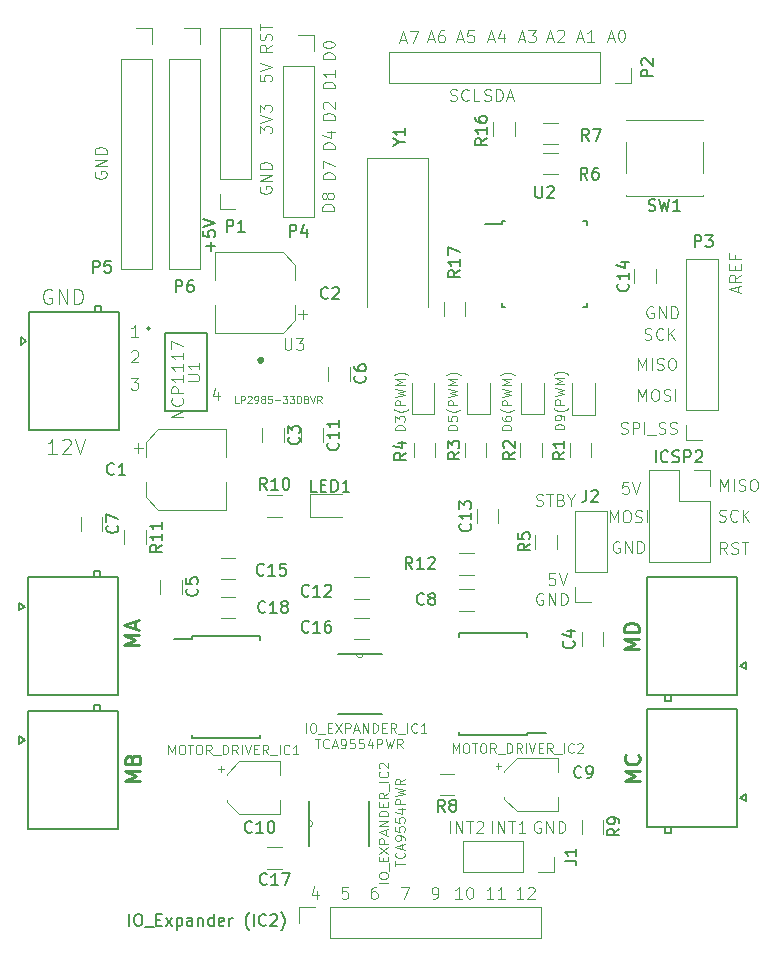
<source format=gbr>
G04 #@! TF.GenerationSoftware,KiCad,Pcbnew,(5.0.1)-3*
G04 #@! TF.CreationDate,2019-03-11T17:07:32+01:00*
G04 #@! TF.ProjectId,Arduino_Uno_R3_From_Scratch,41726475696E6F5F556E6F5F52335F46,rev?*
G04 #@! TF.SameCoordinates,Original*
G04 #@! TF.FileFunction,Legend,Top*
G04 #@! TF.FilePolarity,Positive*
%FSLAX46Y46*%
G04 Gerber Fmt 4.6, Leading zero omitted, Abs format (unit mm)*
G04 Created by KiCad (PCBNEW (5.0.1)-3) date 11/03/2019 17:07:32*
%MOMM*%
%LPD*%
G01*
G04 APERTURE LIST*
%ADD10C,0.100000*%
%ADD11C,0.120000*%
%ADD12C,0.127000*%
%ADD13C,0.152400*%
%ADD14C,0.150000*%
%ADD15C,0.203200*%
%ADD16C,0.060000*%
%ADD17C,0.228600*%
%ADD18C,0.080000*%
%ADD19C,0.050000*%
G04 APERTURE END LIST*
D10*
X118491023Y-144152880D02*
X117919595Y-144152880D01*
X118205309Y-144152880D02*
X118205309Y-143152880D01*
X118110071Y-143295738D01*
X118014833Y-143390976D01*
X117919595Y-143438595D01*
X118871976Y-143248119D02*
X118919595Y-143200500D01*
X119014833Y-143152880D01*
X119252928Y-143152880D01*
X119348166Y-143200500D01*
X119395785Y-143248119D01*
X119443404Y-143343357D01*
X119443404Y-143438595D01*
X119395785Y-143581452D01*
X118824357Y-144152880D01*
X119443404Y-144152880D01*
X115951023Y-144152880D02*
X115379595Y-144152880D01*
X115665309Y-144152880D02*
X115665309Y-143152880D01*
X115570071Y-143295738D01*
X115474833Y-143390976D01*
X115379595Y-143438595D01*
X116903404Y-144152880D02*
X116331976Y-144152880D01*
X116617690Y-144152880D02*
X116617690Y-143152880D01*
X116522452Y-143295738D01*
X116427214Y-143390976D01*
X116331976Y-143438595D01*
X113284023Y-144152880D02*
X112712595Y-144152880D01*
X112998309Y-144152880D02*
X112998309Y-143152880D01*
X112903071Y-143295738D01*
X112807833Y-143390976D01*
X112712595Y-143438595D01*
X113903071Y-143152880D02*
X113998309Y-143152880D01*
X114093547Y-143200500D01*
X114141166Y-143248119D01*
X114188785Y-143343357D01*
X114236404Y-143533833D01*
X114236404Y-143771928D01*
X114188785Y-143962404D01*
X114141166Y-144057642D01*
X114093547Y-144105261D01*
X113998309Y-144152880D01*
X113903071Y-144152880D01*
X113807833Y-144105261D01*
X113760214Y-144057642D01*
X113712595Y-143962404D01*
X113664976Y-143771928D01*
X113664976Y-143533833D01*
X113712595Y-143343357D01*
X113760214Y-143248119D01*
X113807833Y-143200500D01*
X113903071Y-143152880D01*
X110807523Y-144152880D02*
X110998000Y-144152880D01*
X111093238Y-144105261D01*
X111140857Y-144057642D01*
X111236095Y-143914785D01*
X111283714Y-143724309D01*
X111283714Y-143343357D01*
X111236095Y-143248119D01*
X111188476Y-143200500D01*
X111093238Y-143152880D01*
X110902761Y-143152880D01*
X110807523Y-143200500D01*
X110759904Y-143248119D01*
X110712285Y-143343357D01*
X110712285Y-143581452D01*
X110759904Y-143676690D01*
X110807523Y-143724309D01*
X110902761Y-143771928D01*
X111093238Y-143771928D01*
X111188476Y-143724309D01*
X111236095Y-143676690D01*
X111283714Y-143581452D01*
X108124666Y-143152880D02*
X108791333Y-143152880D01*
X108362761Y-144152880D01*
X106044976Y-143152880D02*
X105854500Y-143152880D01*
X105759261Y-143200500D01*
X105711642Y-143248119D01*
X105616404Y-143390976D01*
X105568785Y-143581452D01*
X105568785Y-143962404D01*
X105616404Y-144057642D01*
X105664023Y-144105261D01*
X105759261Y-144152880D01*
X105949738Y-144152880D01*
X106044976Y-144105261D01*
X106092595Y-144057642D01*
X106140214Y-143962404D01*
X106140214Y-143724309D01*
X106092595Y-143629071D01*
X106044976Y-143581452D01*
X105949738Y-143533833D01*
X105759261Y-143533833D01*
X105664023Y-143581452D01*
X105616404Y-143629071D01*
X105568785Y-143724309D01*
X103616095Y-143152880D02*
X103139904Y-143152880D01*
X103092285Y-143629071D01*
X103139904Y-143581452D01*
X103235142Y-143533833D01*
X103473238Y-143533833D01*
X103568476Y-143581452D01*
X103616095Y-143629071D01*
X103663714Y-143724309D01*
X103663714Y-143962404D01*
X103616095Y-144057642D01*
X103568476Y-144105261D01*
X103473238Y-144152880D01*
X103235142Y-144152880D01*
X103139904Y-144105261D01*
X103092285Y-144057642D01*
X101028476Y-143486214D02*
X101028476Y-144152880D01*
X100790380Y-143105261D02*
X100552285Y-143819547D01*
X101171333Y-143819547D01*
X119951595Y-137612500D02*
X119856357Y-137564880D01*
X119713500Y-137564880D01*
X119570642Y-137612500D01*
X119475404Y-137707738D01*
X119427785Y-137802976D01*
X119380166Y-137993452D01*
X119380166Y-138136309D01*
X119427785Y-138326785D01*
X119475404Y-138422023D01*
X119570642Y-138517261D01*
X119713500Y-138564880D01*
X119808738Y-138564880D01*
X119951595Y-138517261D01*
X119999214Y-138469642D01*
X119999214Y-138136309D01*
X119808738Y-138136309D01*
X120427785Y-138564880D02*
X120427785Y-137564880D01*
X120999214Y-138564880D01*
X120999214Y-137564880D01*
X121475404Y-138564880D02*
X121475404Y-137564880D01*
X121713500Y-137564880D01*
X121856357Y-137612500D01*
X121951595Y-137707738D01*
X121999214Y-137802976D01*
X122046833Y-137993452D01*
X122046833Y-138136309D01*
X121999214Y-138326785D01*
X121951595Y-138422023D01*
X121856357Y-138517261D01*
X121713500Y-138564880D01*
X121475404Y-138564880D01*
X115840047Y-138564880D02*
X115840047Y-137564880D01*
X116316238Y-138564880D02*
X116316238Y-137564880D01*
X116887666Y-138564880D01*
X116887666Y-137564880D01*
X117221000Y-137564880D02*
X117792428Y-137564880D01*
X117506714Y-138564880D02*
X117506714Y-137564880D01*
X118649571Y-138564880D02*
X118078142Y-138564880D01*
X118363857Y-138564880D02*
X118363857Y-137564880D01*
X118268619Y-137707738D01*
X118173380Y-137802976D01*
X118078142Y-137850595D01*
X112284047Y-138564880D02*
X112284047Y-137564880D01*
X112760238Y-138564880D02*
X112760238Y-137564880D01*
X113331666Y-138564880D01*
X113331666Y-137564880D01*
X113665000Y-137564880D02*
X114236428Y-137564880D01*
X113950714Y-138564880D02*
X113950714Y-137564880D01*
X114522142Y-137660119D02*
X114569761Y-137612500D01*
X114665000Y-137564880D01*
X114903095Y-137564880D01*
X114998333Y-137612500D01*
X115045952Y-137660119D01*
X115093571Y-137755357D01*
X115093571Y-137850595D01*
X115045952Y-137993452D01*
X114474523Y-138564880D01*
X115093571Y-138564880D01*
X119562761Y-110831261D02*
X119705619Y-110878880D01*
X119943714Y-110878880D01*
X120038952Y-110831261D01*
X120086571Y-110783642D01*
X120134190Y-110688404D01*
X120134190Y-110593166D01*
X120086571Y-110497928D01*
X120038952Y-110450309D01*
X119943714Y-110402690D01*
X119753238Y-110355071D01*
X119658000Y-110307452D01*
X119610380Y-110259833D01*
X119562761Y-110164595D01*
X119562761Y-110069357D01*
X119610380Y-109974119D01*
X119658000Y-109926500D01*
X119753238Y-109878880D01*
X119991333Y-109878880D01*
X120134190Y-109926500D01*
X120419904Y-109878880D02*
X120991333Y-109878880D01*
X120705619Y-110878880D02*
X120705619Y-109878880D01*
X121658000Y-110355071D02*
X121800857Y-110402690D01*
X121848476Y-110450309D01*
X121896095Y-110545547D01*
X121896095Y-110688404D01*
X121848476Y-110783642D01*
X121800857Y-110831261D01*
X121705619Y-110878880D01*
X121324666Y-110878880D01*
X121324666Y-109878880D01*
X121658000Y-109878880D01*
X121753238Y-109926500D01*
X121800857Y-109974119D01*
X121848476Y-110069357D01*
X121848476Y-110164595D01*
X121800857Y-110259833D01*
X121753238Y-110307452D01*
X121658000Y-110355071D01*
X121324666Y-110355071D01*
X122515142Y-110402690D02*
X122515142Y-110878880D01*
X122181809Y-109878880D02*
X122515142Y-110402690D01*
X122848476Y-109878880D01*
X121158023Y-116609880D02*
X120681833Y-116609880D01*
X120634214Y-117086071D01*
X120681833Y-117038452D01*
X120777071Y-116990833D01*
X121015166Y-116990833D01*
X121110404Y-117038452D01*
X121158023Y-117086071D01*
X121205642Y-117181309D01*
X121205642Y-117419404D01*
X121158023Y-117514642D01*
X121110404Y-117562261D01*
X121015166Y-117609880D01*
X120777071Y-117609880D01*
X120681833Y-117562261D01*
X120634214Y-117514642D01*
X121491357Y-116609880D02*
X121824690Y-117609880D01*
X122158023Y-116609880D01*
X120142095Y-118308500D02*
X120046857Y-118260880D01*
X119904000Y-118260880D01*
X119761142Y-118308500D01*
X119665904Y-118403738D01*
X119618285Y-118498976D01*
X119570666Y-118689452D01*
X119570666Y-118832309D01*
X119618285Y-119022785D01*
X119665904Y-119118023D01*
X119761142Y-119213261D01*
X119904000Y-119260880D01*
X119999238Y-119260880D01*
X120142095Y-119213261D01*
X120189714Y-119165642D01*
X120189714Y-118832309D01*
X119999238Y-118832309D01*
X120618285Y-119260880D02*
X120618285Y-118260880D01*
X121189714Y-119260880D01*
X121189714Y-118260880D01*
X121665904Y-119260880D02*
X121665904Y-118260880D01*
X121904000Y-118260880D01*
X122046857Y-118308500D01*
X122142095Y-118403738D01*
X122189714Y-118498976D01*
X122237333Y-118689452D01*
X122237333Y-118832309D01*
X122189714Y-119022785D01*
X122142095Y-119118023D01*
X122046857Y-119213261D01*
X121904000Y-119260880D01*
X121665904Y-119260880D01*
X126619095Y-113927000D02*
X126523857Y-113879380D01*
X126381000Y-113879380D01*
X126238142Y-113927000D01*
X126142904Y-114022238D01*
X126095285Y-114117476D01*
X126047666Y-114307952D01*
X126047666Y-114450809D01*
X126095285Y-114641285D01*
X126142904Y-114736523D01*
X126238142Y-114831761D01*
X126381000Y-114879380D01*
X126476238Y-114879380D01*
X126619095Y-114831761D01*
X126666714Y-114784142D01*
X126666714Y-114450809D01*
X126476238Y-114450809D01*
X127095285Y-114879380D02*
X127095285Y-113879380D01*
X127666714Y-114879380D01*
X127666714Y-113879380D01*
X128142904Y-114879380D02*
X128142904Y-113879380D01*
X128381000Y-113879380D01*
X128523857Y-113927000D01*
X128619095Y-114022238D01*
X128666714Y-114117476D01*
X128714333Y-114307952D01*
X128714333Y-114450809D01*
X128666714Y-114641285D01*
X128619095Y-114736523D01*
X128523857Y-114831761D01*
X128381000Y-114879380D01*
X128142904Y-114879380D01*
X125809571Y-112275880D02*
X125809571Y-111275880D01*
X126142904Y-111990166D01*
X126476238Y-111275880D01*
X126476238Y-112275880D01*
X127142904Y-111275880D02*
X127333380Y-111275880D01*
X127428619Y-111323500D01*
X127523857Y-111418738D01*
X127571476Y-111609214D01*
X127571476Y-111942547D01*
X127523857Y-112133023D01*
X127428619Y-112228261D01*
X127333380Y-112275880D01*
X127142904Y-112275880D01*
X127047666Y-112228261D01*
X126952428Y-112133023D01*
X126904809Y-111942547D01*
X126904809Y-111609214D01*
X126952428Y-111418738D01*
X127047666Y-111323500D01*
X127142904Y-111275880D01*
X127952428Y-112228261D02*
X128095285Y-112275880D01*
X128333380Y-112275880D01*
X128428619Y-112228261D01*
X128476238Y-112180642D01*
X128523857Y-112085404D01*
X128523857Y-111990166D01*
X128476238Y-111894928D01*
X128428619Y-111847309D01*
X128333380Y-111799690D01*
X128142904Y-111752071D01*
X128047666Y-111704452D01*
X128000047Y-111656833D01*
X127952428Y-111561595D01*
X127952428Y-111466357D01*
X128000047Y-111371119D01*
X128047666Y-111323500D01*
X128142904Y-111275880D01*
X128381000Y-111275880D01*
X128523857Y-111323500D01*
X128952428Y-112275880D02*
X128952428Y-111275880D01*
X127381023Y-108862880D02*
X126904833Y-108862880D01*
X126857214Y-109339071D01*
X126904833Y-109291452D01*
X127000071Y-109243833D01*
X127238166Y-109243833D01*
X127333404Y-109291452D01*
X127381023Y-109339071D01*
X127428642Y-109434309D01*
X127428642Y-109672404D01*
X127381023Y-109767642D01*
X127333404Y-109815261D01*
X127238166Y-109862880D01*
X127000071Y-109862880D01*
X126904833Y-109815261D01*
X126857214Y-109767642D01*
X127714357Y-108862880D02*
X128047690Y-109862880D01*
X128381023Y-108862880D01*
X135144071Y-109608880D02*
X135144071Y-108608880D01*
X135477404Y-109323166D01*
X135810738Y-108608880D01*
X135810738Y-109608880D01*
X136286928Y-109608880D02*
X136286928Y-108608880D01*
X136715500Y-109561261D02*
X136858357Y-109608880D01*
X137096452Y-109608880D01*
X137191690Y-109561261D01*
X137239309Y-109513642D01*
X137286928Y-109418404D01*
X137286928Y-109323166D01*
X137239309Y-109227928D01*
X137191690Y-109180309D01*
X137096452Y-109132690D01*
X136905976Y-109085071D01*
X136810738Y-109037452D01*
X136763119Y-108989833D01*
X136715500Y-108894595D01*
X136715500Y-108799357D01*
X136763119Y-108704119D01*
X136810738Y-108656500D01*
X136905976Y-108608880D01*
X137144071Y-108608880D01*
X137286928Y-108656500D01*
X137905976Y-108608880D02*
X138096452Y-108608880D01*
X138191690Y-108656500D01*
X138286928Y-108751738D01*
X138334547Y-108942214D01*
X138334547Y-109275547D01*
X138286928Y-109466023D01*
X138191690Y-109561261D01*
X138096452Y-109608880D01*
X137905976Y-109608880D01*
X137810738Y-109561261D01*
X137715500Y-109466023D01*
X137667880Y-109275547D01*
X137667880Y-108942214D01*
X137715500Y-108751738D01*
X137810738Y-108656500D01*
X137905976Y-108608880D01*
X135048785Y-112164761D02*
X135191642Y-112212380D01*
X135429738Y-112212380D01*
X135524976Y-112164761D01*
X135572595Y-112117142D01*
X135620214Y-112021904D01*
X135620214Y-111926666D01*
X135572595Y-111831428D01*
X135524976Y-111783809D01*
X135429738Y-111736190D01*
X135239261Y-111688571D01*
X135144023Y-111640952D01*
X135096404Y-111593333D01*
X135048785Y-111498095D01*
X135048785Y-111402857D01*
X135096404Y-111307619D01*
X135144023Y-111260000D01*
X135239261Y-111212380D01*
X135477357Y-111212380D01*
X135620214Y-111260000D01*
X136620214Y-112117142D02*
X136572595Y-112164761D01*
X136429738Y-112212380D01*
X136334500Y-112212380D01*
X136191642Y-112164761D01*
X136096404Y-112069523D01*
X136048785Y-111974285D01*
X136001166Y-111783809D01*
X136001166Y-111640952D01*
X136048785Y-111450476D01*
X136096404Y-111355238D01*
X136191642Y-111260000D01*
X136334500Y-111212380D01*
X136429738Y-111212380D01*
X136572595Y-111260000D01*
X136620214Y-111307619D01*
X137048785Y-112212380D02*
X137048785Y-111212380D01*
X137620214Y-112212380D02*
X137191642Y-111640952D01*
X137620214Y-111212380D02*
X137048785Y-111783809D01*
X135723380Y-114942880D02*
X135390047Y-114466690D01*
X135151952Y-114942880D02*
X135151952Y-113942880D01*
X135532904Y-113942880D01*
X135628142Y-113990500D01*
X135675761Y-114038119D01*
X135723380Y-114133357D01*
X135723380Y-114276214D01*
X135675761Y-114371452D01*
X135628142Y-114419071D01*
X135532904Y-114466690D01*
X135151952Y-114466690D01*
X136104333Y-114895261D02*
X136247190Y-114942880D01*
X136485285Y-114942880D01*
X136580523Y-114895261D01*
X136628142Y-114847642D01*
X136675761Y-114752404D01*
X136675761Y-114657166D01*
X136628142Y-114561928D01*
X136580523Y-114514309D01*
X136485285Y-114466690D01*
X136294809Y-114419071D01*
X136199571Y-114371452D01*
X136151952Y-114323833D01*
X136104333Y-114228595D01*
X136104333Y-114133357D01*
X136151952Y-114038119D01*
X136199571Y-113990500D01*
X136294809Y-113942880D01*
X136532904Y-113942880D01*
X136675761Y-113990500D01*
X136961476Y-113942880D02*
X137532904Y-113942880D01*
X137247190Y-114942880D02*
X137247190Y-113942880D01*
X115181214Y-76541261D02*
X115324071Y-76588880D01*
X115562166Y-76588880D01*
X115657404Y-76541261D01*
X115705023Y-76493642D01*
X115752642Y-76398404D01*
X115752642Y-76303166D01*
X115705023Y-76207928D01*
X115657404Y-76160309D01*
X115562166Y-76112690D01*
X115371690Y-76065071D01*
X115276452Y-76017452D01*
X115228833Y-75969833D01*
X115181214Y-75874595D01*
X115181214Y-75779357D01*
X115228833Y-75684119D01*
X115276452Y-75636500D01*
X115371690Y-75588880D01*
X115609785Y-75588880D01*
X115752642Y-75636500D01*
X116181214Y-76588880D02*
X116181214Y-75588880D01*
X116419309Y-75588880D01*
X116562166Y-75636500D01*
X116657404Y-75731738D01*
X116705023Y-75826976D01*
X116752642Y-76017452D01*
X116752642Y-76160309D01*
X116705023Y-76350785D01*
X116657404Y-76446023D01*
X116562166Y-76541261D01*
X116419309Y-76588880D01*
X116181214Y-76588880D01*
X117133595Y-76303166D02*
X117609785Y-76303166D01*
X117038357Y-76588880D02*
X117371690Y-75588880D01*
X117705023Y-76588880D01*
X112284023Y-76541261D02*
X112426880Y-76588880D01*
X112664976Y-76588880D01*
X112760214Y-76541261D01*
X112807833Y-76493642D01*
X112855452Y-76398404D01*
X112855452Y-76303166D01*
X112807833Y-76207928D01*
X112760214Y-76160309D01*
X112664976Y-76112690D01*
X112474500Y-76065071D01*
X112379261Y-76017452D01*
X112331642Y-75969833D01*
X112284023Y-75874595D01*
X112284023Y-75779357D01*
X112331642Y-75684119D01*
X112379261Y-75636500D01*
X112474500Y-75588880D01*
X112712595Y-75588880D01*
X112855452Y-75636500D01*
X113855452Y-76493642D02*
X113807833Y-76541261D01*
X113664976Y-76588880D01*
X113569738Y-76588880D01*
X113426880Y-76541261D01*
X113331642Y-76446023D01*
X113284023Y-76350785D01*
X113236404Y-76160309D01*
X113236404Y-76017452D01*
X113284023Y-75826976D01*
X113331642Y-75731738D01*
X113426880Y-75636500D01*
X113569738Y-75588880D01*
X113664976Y-75588880D01*
X113807833Y-75636500D01*
X113855452Y-75684119D01*
X114760214Y-76588880D02*
X114284023Y-76588880D01*
X114284023Y-75588880D01*
X136628166Y-92805047D02*
X136628166Y-92328857D01*
X136913880Y-92900285D02*
X135913880Y-92566952D01*
X136913880Y-92233619D01*
X136913880Y-91328857D02*
X136437690Y-91662190D01*
X136913880Y-91900285D02*
X135913880Y-91900285D01*
X135913880Y-91519333D01*
X135961500Y-91424095D01*
X136009119Y-91376476D01*
X136104357Y-91328857D01*
X136247214Y-91328857D01*
X136342452Y-91376476D01*
X136390071Y-91424095D01*
X136437690Y-91519333D01*
X136437690Y-91900285D01*
X136390071Y-90900285D02*
X136390071Y-90566952D01*
X136913880Y-90424095D02*
X136913880Y-90900285D01*
X135913880Y-90900285D01*
X135913880Y-90424095D01*
X136390071Y-89662190D02*
X136390071Y-89995523D01*
X136913880Y-89995523D02*
X135913880Y-89995523D01*
X135913880Y-89519333D01*
X129476595Y-94051500D02*
X129381357Y-94003880D01*
X129238500Y-94003880D01*
X129095642Y-94051500D01*
X129000404Y-94146738D01*
X128952785Y-94241976D01*
X128905166Y-94432452D01*
X128905166Y-94575309D01*
X128952785Y-94765785D01*
X129000404Y-94861023D01*
X129095642Y-94956261D01*
X129238500Y-95003880D01*
X129333738Y-95003880D01*
X129476595Y-94956261D01*
X129524214Y-94908642D01*
X129524214Y-94575309D01*
X129333738Y-94575309D01*
X129952785Y-95003880D02*
X129952785Y-94003880D01*
X130524214Y-95003880D01*
X130524214Y-94003880D01*
X131000404Y-95003880D02*
X131000404Y-94003880D01*
X131238500Y-94003880D01*
X131381357Y-94051500D01*
X131476595Y-94146738D01*
X131524214Y-94241976D01*
X131571833Y-94432452D01*
X131571833Y-94575309D01*
X131524214Y-94765785D01*
X131476595Y-94861023D01*
X131381357Y-94956261D01*
X131238500Y-95003880D01*
X131000404Y-95003880D01*
X128762285Y-96797761D02*
X128905142Y-96845380D01*
X129143238Y-96845380D01*
X129238476Y-96797761D01*
X129286095Y-96750142D01*
X129333714Y-96654904D01*
X129333714Y-96559666D01*
X129286095Y-96464428D01*
X129238476Y-96416809D01*
X129143238Y-96369190D01*
X128952761Y-96321571D01*
X128857523Y-96273952D01*
X128809904Y-96226333D01*
X128762285Y-96131095D01*
X128762285Y-96035857D01*
X128809904Y-95940619D01*
X128857523Y-95893000D01*
X128952761Y-95845380D01*
X129190857Y-95845380D01*
X129333714Y-95893000D01*
X130333714Y-96750142D02*
X130286095Y-96797761D01*
X130143238Y-96845380D01*
X130048000Y-96845380D01*
X129905142Y-96797761D01*
X129809904Y-96702523D01*
X129762285Y-96607285D01*
X129714666Y-96416809D01*
X129714666Y-96273952D01*
X129762285Y-96083476D01*
X129809904Y-95988238D01*
X129905142Y-95893000D01*
X130048000Y-95845380D01*
X130143238Y-95845380D01*
X130286095Y-95893000D01*
X130333714Y-95940619D01*
X130762285Y-96845380D02*
X130762285Y-95845380D01*
X131333714Y-96845380D02*
X130905142Y-96273952D01*
X131333714Y-95845380D02*
X130762285Y-96416809D01*
X128222571Y-99385380D02*
X128222571Y-98385380D01*
X128555904Y-99099666D01*
X128889238Y-98385380D01*
X128889238Y-99385380D01*
X129365428Y-99385380D02*
X129365428Y-98385380D01*
X129794000Y-99337761D02*
X129936857Y-99385380D01*
X130174952Y-99385380D01*
X130270190Y-99337761D01*
X130317809Y-99290142D01*
X130365428Y-99194904D01*
X130365428Y-99099666D01*
X130317809Y-99004428D01*
X130270190Y-98956809D01*
X130174952Y-98909190D01*
X129984476Y-98861571D01*
X129889238Y-98813952D01*
X129841619Y-98766333D01*
X129794000Y-98671095D01*
X129794000Y-98575857D01*
X129841619Y-98480619D01*
X129889238Y-98433000D01*
X129984476Y-98385380D01*
X130222571Y-98385380D01*
X130365428Y-98433000D01*
X130984476Y-98385380D02*
X131174952Y-98385380D01*
X131270190Y-98433000D01*
X131365428Y-98528238D01*
X131413047Y-98718714D01*
X131413047Y-99052047D01*
X131365428Y-99242523D01*
X131270190Y-99337761D01*
X131174952Y-99385380D01*
X130984476Y-99385380D01*
X130889238Y-99337761D01*
X130794000Y-99242523D01*
X130746380Y-99052047D01*
X130746380Y-98718714D01*
X130794000Y-98528238D01*
X130889238Y-98433000D01*
X130984476Y-98385380D01*
X128222571Y-101988880D02*
X128222571Y-100988880D01*
X128555904Y-101703166D01*
X128889238Y-100988880D01*
X128889238Y-101988880D01*
X129555904Y-100988880D02*
X129746380Y-100988880D01*
X129841619Y-101036500D01*
X129936857Y-101131738D01*
X129984476Y-101322214D01*
X129984476Y-101655547D01*
X129936857Y-101846023D01*
X129841619Y-101941261D01*
X129746380Y-101988880D01*
X129555904Y-101988880D01*
X129460666Y-101941261D01*
X129365428Y-101846023D01*
X129317809Y-101655547D01*
X129317809Y-101322214D01*
X129365428Y-101131738D01*
X129460666Y-101036500D01*
X129555904Y-100988880D01*
X130365428Y-101941261D02*
X130508285Y-101988880D01*
X130746380Y-101988880D01*
X130841619Y-101941261D01*
X130889238Y-101893642D01*
X130936857Y-101798404D01*
X130936857Y-101703166D01*
X130889238Y-101607928D01*
X130841619Y-101560309D01*
X130746380Y-101512690D01*
X130555904Y-101465071D01*
X130460666Y-101417452D01*
X130413047Y-101369833D01*
X130365428Y-101274595D01*
X130365428Y-101179357D01*
X130413047Y-101084119D01*
X130460666Y-101036500D01*
X130555904Y-100988880D01*
X130794000Y-100988880D01*
X130936857Y-101036500D01*
X131365428Y-101988880D02*
X131365428Y-100988880D01*
X126738357Y-104735261D02*
X126881214Y-104782880D01*
X127119309Y-104782880D01*
X127214547Y-104735261D01*
X127262166Y-104687642D01*
X127309785Y-104592404D01*
X127309785Y-104497166D01*
X127262166Y-104401928D01*
X127214547Y-104354309D01*
X127119309Y-104306690D01*
X126928833Y-104259071D01*
X126833595Y-104211452D01*
X126785976Y-104163833D01*
X126738357Y-104068595D01*
X126738357Y-103973357D01*
X126785976Y-103878119D01*
X126833595Y-103830500D01*
X126928833Y-103782880D01*
X127166928Y-103782880D01*
X127309785Y-103830500D01*
X127738357Y-104782880D02*
X127738357Y-103782880D01*
X128119309Y-103782880D01*
X128214547Y-103830500D01*
X128262166Y-103878119D01*
X128309785Y-103973357D01*
X128309785Y-104116214D01*
X128262166Y-104211452D01*
X128214547Y-104259071D01*
X128119309Y-104306690D01*
X127738357Y-104306690D01*
X128738357Y-104782880D02*
X128738357Y-103782880D01*
X128976452Y-104878119D02*
X129738357Y-104878119D01*
X129928833Y-104735261D02*
X130071690Y-104782880D01*
X130309785Y-104782880D01*
X130405023Y-104735261D01*
X130452642Y-104687642D01*
X130500261Y-104592404D01*
X130500261Y-104497166D01*
X130452642Y-104401928D01*
X130405023Y-104354309D01*
X130309785Y-104306690D01*
X130119309Y-104259071D01*
X130024071Y-104211452D01*
X129976452Y-104163833D01*
X129928833Y-104068595D01*
X129928833Y-103973357D01*
X129976452Y-103878119D01*
X130024071Y-103830500D01*
X130119309Y-103782880D01*
X130357404Y-103782880D01*
X130500261Y-103830500D01*
X130881214Y-104735261D02*
X131024071Y-104782880D01*
X131262166Y-104782880D01*
X131357404Y-104735261D01*
X131405023Y-104687642D01*
X131452642Y-104592404D01*
X131452642Y-104497166D01*
X131405023Y-104401928D01*
X131357404Y-104354309D01*
X131262166Y-104306690D01*
X131071690Y-104259071D01*
X130976452Y-104211452D01*
X130928833Y-104163833D01*
X130881214Y-104068595D01*
X130881214Y-103973357D01*
X130928833Y-103878119D01*
X130976452Y-103830500D01*
X131071690Y-103782880D01*
X131309785Y-103782880D01*
X131452642Y-103830500D01*
X125650714Y-71286666D02*
X126126904Y-71286666D01*
X125555476Y-71572380D02*
X125888809Y-70572380D01*
X126222142Y-71572380D01*
X126745952Y-70572380D02*
X126841190Y-70572380D01*
X126936428Y-70620000D01*
X126984047Y-70667619D01*
X127031666Y-70762857D01*
X127079285Y-70953333D01*
X127079285Y-71191428D01*
X127031666Y-71381904D01*
X126984047Y-71477142D01*
X126936428Y-71524761D01*
X126841190Y-71572380D01*
X126745952Y-71572380D01*
X126650714Y-71524761D01*
X126603095Y-71477142D01*
X126555476Y-71381904D01*
X126507857Y-71191428D01*
X126507857Y-70953333D01*
X126555476Y-70762857D01*
X126603095Y-70667619D01*
X126650714Y-70620000D01*
X126745952Y-70572380D01*
X123047214Y-71286666D02*
X123523404Y-71286666D01*
X122951976Y-71572380D02*
X123285309Y-70572380D01*
X123618642Y-71572380D01*
X124475785Y-71572380D02*
X123904357Y-71572380D01*
X124190071Y-71572380D02*
X124190071Y-70572380D01*
X124094833Y-70715238D01*
X123999595Y-70810476D01*
X123904357Y-70858095D01*
X120507214Y-71286666D02*
X120983404Y-71286666D01*
X120411976Y-71572380D02*
X120745309Y-70572380D01*
X121078642Y-71572380D01*
X121364357Y-70667619D02*
X121411976Y-70620000D01*
X121507214Y-70572380D01*
X121745309Y-70572380D01*
X121840547Y-70620000D01*
X121888166Y-70667619D01*
X121935785Y-70762857D01*
X121935785Y-70858095D01*
X121888166Y-71000952D01*
X121316738Y-71572380D01*
X121935785Y-71572380D01*
X118094214Y-71350166D02*
X118570404Y-71350166D01*
X117998976Y-71635880D02*
X118332309Y-70635880D01*
X118665642Y-71635880D01*
X118903738Y-70635880D02*
X119522785Y-70635880D01*
X119189452Y-71016833D01*
X119332309Y-71016833D01*
X119427547Y-71064452D01*
X119475166Y-71112071D01*
X119522785Y-71207309D01*
X119522785Y-71445404D01*
X119475166Y-71540642D01*
X119427547Y-71588261D01*
X119332309Y-71635880D01*
X119046595Y-71635880D01*
X118951357Y-71588261D01*
X118903738Y-71540642D01*
X115490714Y-71350166D02*
X115966904Y-71350166D01*
X115395476Y-71635880D02*
X115728809Y-70635880D01*
X116062142Y-71635880D01*
X116824047Y-70969214D02*
X116824047Y-71635880D01*
X116585952Y-70588261D02*
X116347857Y-71302547D01*
X116966904Y-71302547D01*
X112887214Y-71350166D02*
X113363404Y-71350166D01*
X112791976Y-71635880D02*
X113125309Y-70635880D01*
X113458642Y-71635880D01*
X114268166Y-70635880D02*
X113791976Y-70635880D01*
X113744357Y-71112071D01*
X113791976Y-71064452D01*
X113887214Y-71016833D01*
X114125309Y-71016833D01*
X114220547Y-71064452D01*
X114268166Y-71112071D01*
X114315785Y-71207309D01*
X114315785Y-71445404D01*
X114268166Y-71540642D01*
X114220547Y-71588261D01*
X114125309Y-71635880D01*
X113887214Y-71635880D01*
X113791976Y-71588261D01*
X113744357Y-71540642D01*
X108061214Y-71413666D02*
X108537404Y-71413666D01*
X107965976Y-71699380D02*
X108299309Y-70699380D01*
X108632642Y-71699380D01*
X108870738Y-70699380D02*
X109537404Y-70699380D01*
X109108833Y-71699380D01*
X110410714Y-71350166D02*
X110886904Y-71350166D01*
X110315476Y-71635880D02*
X110648809Y-70635880D01*
X110982142Y-71635880D01*
X111744047Y-70635880D02*
X111553571Y-70635880D01*
X111458333Y-70683500D01*
X111410714Y-70731119D01*
X111315476Y-70873976D01*
X111267857Y-71064452D01*
X111267857Y-71445404D01*
X111315476Y-71540642D01*
X111363095Y-71588261D01*
X111458333Y-71635880D01*
X111648809Y-71635880D01*
X111744047Y-71588261D01*
X111791666Y-71540642D01*
X111839285Y-71445404D01*
X111839285Y-71207309D01*
X111791666Y-71112071D01*
X111744047Y-71064452D01*
X111648809Y-71016833D01*
X111458333Y-71016833D01*
X111363095Y-71064452D01*
X111315476Y-71112071D01*
X111267857Y-71207309D01*
X102496880Y-73064595D02*
X101496880Y-73064595D01*
X101496880Y-72826500D01*
X101544500Y-72683642D01*
X101639738Y-72588404D01*
X101734976Y-72540785D01*
X101925452Y-72493166D01*
X102068309Y-72493166D01*
X102258785Y-72540785D01*
X102354023Y-72588404D01*
X102449261Y-72683642D01*
X102496880Y-72826500D01*
X102496880Y-73064595D01*
X101496880Y-71874119D02*
X101496880Y-71778880D01*
X101544500Y-71683642D01*
X101592119Y-71636023D01*
X101687357Y-71588404D01*
X101877833Y-71540785D01*
X102115928Y-71540785D01*
X102306404Y-71588404D01*
X102401642Y-71636023D01*
X102449261Y-71683642D01*
X102496880Y-71778880D01*
X102496880Y-71874119D01*
X102449261Y-71969357D01*
X102401642Y-72016976D01*
X102306404Y-72064595D01*
X102115928Y-72112214D01*
X101877833Y-72112214D01*
X101687357Y-72064595D01*
X101592119Y-72016976D01*
X101544500Y-71969357D01*
X101496880Y-71874119D01*
X102496880Y-75541095D02*
X101496880Y-75541095D01*
X101496880Y-75303000D01*
X101544500Y-75160142D01*
X101639738Y-75064904D01*
X101734976Y-75017285D01*
X101925452Y-74969666D01*
X102068309Y-74969666D01*
X102258785Y-75017285D01*
X102354023Y-75064904D01*
X102449261Y-75160142D01*
X102496880Y-75303000D01*
X102496880Y-75541095D01*
X102496880Y-74017285D02*
X102496880Y-74588714D01*
X102496880Y-74303000D02*
X101496880Y-74303000D01*
X101639738Y-74398238D01*
X101734976Y-74493476D01*
X101782595Y-74588714D01*
X102496880Y-78208095D02*
X101496880Y-78208095D01*
X101496880Y-77970000D01*
X101544500Y-77827142D01*
X101639738Y-77731904D01*
X101734976Y-77684285D01*
X101925452Y-77636666D01*
X102068309Y-77636666D01*
X102258785Y-77684285D01*
X102354023Y-77731904D01*
X102449261Y-77827142D01*
X102496880Y-77970000D01*
X102496880Y-78208095D01*
X101592119Y-77255714D02*
X101544500Y-77208095D01*
X101496880Y-77112857D01*
X101496880Y-76874761D01*
X101544500Y-76779523D01*
X101592119Y-76731904D01*
X101687357Y-76684285D01*
X101782595Y-76684285D01*
X101925452Y-76731904D01*
X102496880Y-77303333D01*
X102496880Y-76684285D01*
X102496880Y-80684595D02*
X101496880Y-80684595D01*
X101496880Y-80446500D01*
X101544500Y-80303642D01*
X101639738Y-80208404D01*
X101734976Y-80160785D01*
X101925452Y-80113166D01*
X102068309Y-80113166D01*
X102258785Y-80160785D01*
X102354023Y-80208404D01*
X102449261Y-80303642D01*
X102496880Y-80446500D01*
X102496880Y-80684595D01*
X101830214Y-79256023D02*
X102496880Y-79256023D01*
X101449261Y-79494119D02*
X102163547Y-79732214D01*
X102163547Y-79113166D01*
X102496880Y-83224595D02*
X101496880Y-83224595D01*
X101496880Y-82986500D01*
X101544500Y-82843642D01*
X101639738Y-82748404D01*
X101734976Y-82700785D01*
X101925452Y-82653166D01*
X102068309Y-82653166D01*
X102258785Y-82700785D01*
X102354023Y-82748404D01*
X102449261Y-82843642D01*
X102496880Y-82986500D01*
X102496880Y-83224595D01*
X101496880Y-82319833D02*
X101496880Y-81653166D01*
X102496880Y-82081738D01*
X102433380Y-85891595D02*
X101433380Y-85891595D01*
X101433380Y-85653500D01*
X101481000Y-85510642D01*
X101576238Y-85415404D01*
X101671476Y-85367785D01*
X101861952Y-85320166D01*
X102004809Y-85320166D01*
X102195285Y-85367785D01*
X102290523Y-85415404D01*
X102385761Y-85510642D01*
X102433380Y-85653500D01*
X102433380Y-85891595D01*
X101861952Y-84748738D02*
X101814333Y-84843976D01*
X101766714Y-84891595D01*
X101671476Y-84939214D01*
X101623857Y-84939214D01*
X101528619Y-84891595D01*
X101481000Y-84843976D01*
X101433380Y-84748738D01*
X101433380Y-84558261D01*
X101481000Y-84463023D01*
X101528619Y-84415404D01*
X101623857Y-84367785D01*
X101671476Y-84367785D01*
X101766714Y-84415404D01*
X101814333Y-84463023D01*
X101861952Y-84558261D01*
X101861952Y-84748738D01*
X101909571Y-84843976D01*
X101957190Y-84891595D01*
X102052428Y-84939214D01*
X102242904Y-84939214D01*
X102338142Y-84891595D01*
X102385761Y-84843976D01*
X102433380Y-84748738D01*
X102433380Y-84558261D01*
X102385761Y-84463023D01*
X102338142Y-84415404D01*
X102242904Y-84367785D01*
X102052428Y-84367785D01*
X101957190Y-84415404D01*
X101909571Y-84463023D01*
X101861952Y-84558261D01*
X96210500Y-83883404D02*
X96162880Y-83978642D01*
X96162880Y-84121500D01*
X96210500Y-84264357D01*
X96305738Y-84359595D01*
X96400976Y-84407214D01*
X96591452Y-84454833D01*
X96734309Y-84454833D01*
X96924785Y-84407214D01*
X97020023Y-84359595D01*
X97115261Y-84264357D01*
X97162880Y-84121500D01*
X97162880Y-84026261D01*
X97115261Y-83883404D01*
X97067642Y-83835785D01*
X96734309Y-83835785D01*
X96734309Y-84026261D01*
X97162880Y-83407214D02*
X96162880Y-83407214D01*
X97162880Y-82835785D01*
X96162880Y-82835785D01*
X97162880Y-82359595D02*
X96162880Y-82359595D01*
X96162880Y-82121500D01*
X96210500Y-81978642D01*
X96305738Y-81883404D01*
X96400976Y-81835785D01*
X96591452Y-81788166D01*
X96734309Y-81788166D01*
X96924785Y-81835785D01*
X97020023Y-81883404D01*
X97115261Y-81978642D01*
X97162880Y-82121500D01*
X97162880Y-82359595D01*
X96162880Y-79343095D02*
X96162880Y-78724047D01*
X96543833Y-79057380D01*
X96543833Y-78914523D01*
X96591452Y-78819285D01*
X96639071Y-78771666D01*
X96734309Y-78724047D01*
X96972404Y-78724047D01*
X97067642Y-78771666D01*
X97115261Y-78819285D01*
X97162880Y-78914523D01*
X97162880Y-79200238D01*
X97115261Y-79295476D01*
X97067642Y-79343095D01*
X96162880Y-78438333D02*
X97162880Y-78105000D01*
X96162880Y-77771666D01*
X96162880Y-77533571D02*
X96162880Y-76914523D01*
X96543833Y-77247857D01*
X96543833Y-77105000D01*
X96591452Y-77009761D01*
X96639071Y-76962142D01*
X96734309Y-76914523D01*
X96972404Y-76914523D01*
X97067642Y-76962142D01*
X97115261Y-77009761D01*
X97162880Y-77105000D01*
X97162880Y-77390714D01*
X97115261Y-77485952D01*
X97067642Y-77533571D01*
X96162880Y-74421976D02*
X96162880Y-74898166D01*
X96639071Y-74945785D01*
X96591452Y-74898166D01*
X96543833Y-74802928D01*
X96543833Y-74564833D01*
X96591452Y-74469595D01*
X96639071Y-74421976D01*
X96734309Y-74374357D01*
X96972404Y-74374357D01*
X97067642Y-74421976D01*
X97115261Y-74469595D01*
X97162880Y-74564833D01*
X97162880Y-74802928D01*
X97115261Y-74898166D01*
X97067642Y-74945785D01*
X96162880Y-74088642D02*
X97162880Y-73755309D01*
X96162880Y-73421976D01*
X97162880Y-71858119D02*
X96686690Y-72191452D01*
X97162880Y-72429547D02*
X96162880Y-72429547D01*
X96162880Y-72048595D01*
X96210500Y-71953357D01*
X96258119Y-71905738D01*
X96353357Y-71858119D01*
X96496214Y-71858119D01*
X96591452Y-71905738D01*
X96639071Y-71953357D01*
X96686690Y-72048595D01*
X96686690Y-72429547D01*
X97115261Y-71477166D02*
X97162880Y-71334309D01*
X97162880Y-71096214D01*
X97115261Y-71000976D01*
X97067642Y-70953357D01*
X96972404Y-70905738D01*
X96877166Y-70905738D01*
X96781928Y-70953357D01*
X96734309Y-71000976D01*
X96686690Y-71096214D01*
X96639071Y-71286690D01*
X96591452Y-71381928D01*
X96543833Y-71429547D01*
X96448595Y-71477166D01*
X96353357Y-71477166D01*
X96258119Y-71429547D01*
X96210500Y-71381928D01*
X96162880Y-71286690D01*
X96162880Y-71048595D01*
X96210500Y-70905738D01*
X96162880Y-70620023D02*
X96162880Y-70048595D01*
X97162880Y-70334309D02*
X96162880Y-70334309D01*
X82240500Y-82613404D02*
X82192880Y-82708642D01*
X82192880Y-82851500D01*
X82240500Y-82994357D01*
X82335738Y-83089595D01*
X82430976Y-83137214D01*
X82621452Y-83184833D01*
X82764309Y-83184833D01*
X82954785Y-83137214D01*
X83050023Y-83089595D01*
X83145261Y-82994357D01*
X83192880Y-82851500D01*
X83192880Y-82756261D01*
X83145261Y-82613404D01*
X83097642Y-82565785D01*
X82764309Y-82565785D01*
X82764309Y-82756261D01*
X83192880Y-82137214D02*
X82192880Y-82137214D01*
X83192880Y-81565785D01*
X82192880Y-81565785D01*
X83192880Y-81089595D02*
X82192880Y-81089595D01*
X82192880Y-80851500D01*
X82240500Y-80708642D01*
X82335738Y-80613404D01*
X82430976Y-80565785D01*
X82621452Y-80518166D01*
X82764309Y-80518166D01*
X82954785Y-80565785D01*
X83050023Y-80613404D01*
X83145261Y-80708642D01*
X83192880Y-80851500D01*
X83192880Y-81089595D01*
D11*
G04 #@! TO.C,SW1*
X133659000Y-78177000D02*
X127199000Y-78177000D01*
X133659000Y-82707000D02*
X133659000Y-80107000D01*
X133659000Y-84637000D02*
X127199000Y-84637000D01*
X127199000Y-82707000D02*
X127199000Y-80107000D01*
X133659000Y-84607000D02*
X133659000Y-84637000D01*
X133659000Y-78177000D02*
X133659000Y-78207000D01*
X127199000Y-78177000D02*
X127199000Y-78207000D01*
X127199000Y-84637000D02*
X127199000Y-84607000D01*
G04 #@! TO.C,C1*
X93326000Y-111233000D02*
X93326000Y-108883000D01*
X93326000Y-104413000D02*
X93326000Y-106763000D01*
X87570437Y-104413000D02*
X93326000Y-104413000D01*
X87570437Y-111233000D02*
X93326000Y-111233000D01*
X86506000Y-110168563D02*
X86506000Y-108883000D01*
X86506000Y-105477437D02*
X86506000Y-106763000D01*
X86506000Y-105477437D02*
X87570437Y-104413000D01*
X86506000Y-110168563D02*
X87570437Y-111233000D01*
X85478500Y-105975500D02*
X86266000Y-105975500D01*
X85872250Y-105581750D02*
X85872250Y-106369250D01*
G04 #@! TO.C,C2*
X99801750Y-95078250D02*
X99801750Y-94290750D01*
X100195500Y-94684500D02*
X99408000Y-94684500D01*
X99168000Y-90491437D02*
X98103563Y-89427000D01*
X99168000Y-95182563D02*
X98103563Y-96247000D01*
X99168000Y-95182563D02*
X99168000Y-93897000D01*
X99168000Y-90491437D02*
X99168000Y-91777000D01*
X98103563Y-89427000D02*
X92348000Y-89427000D01*
X98103563Y-96247000D02*
X92348000Y-96247000D01*
X92348000Y-96247000D02*
X92348000Y-93897000D01*
X92348000Y-89427000D02*
X92348000Y-91777000D01*
G04 #@! TO.C,C3*
X96372000Y-104299936D02*
X96372000Y-105504064D01*
X98192000Y-104299936D02*
X98192000Y-105504064D01*
G04 #@! TO.C,C4*
X125243000Y-121571936D02*
X125243000Y-122776064D01*
X123423000Y-121571936D02*
X123423000Y-122776064D01*
G04 #@! TO.C,C5*
X89556000Y-117126936D02*
X89556000Y-118331064D01*
X87736000Y-117126936D02*
X87736000Y-118331064D01*
G04 #@! TO.C,C6*
X103780000Y-99092936D02*
X103780000Y-100297064D01*
X101960000Y-99092936D02*
X101960000Y-100297064D01*
G04 #@! TO.C,C7*
X81005000Y-111792936D02*
X81005000Y-112997064D01*
X82825000Y-111792936D02*
X82825000Y-112997064D01*
G04 #@! TO.C,C8*
X113062936Y-119782000D02*
X114267064Y-119782000D01*
X113062936Y-117962000D02*
X114267064Y-117962000D01*
G04 #@! TO.C,C9*
X121386000Y-136753000D02*
X121386000Y-135553000D01*
X121386000Y-132233000D02*
X121386000Y-133433000D01*
X117930437Y-132233000D02*
X121386000Y-132233000D01*
X117930437Y-136753000D02*
X121386000Y-136753000D01*
X116866000Y-135688563D02*
X116866000Y-135553000D01*
X116866000Y-133297437D02*
X116866000Y-133433000D01*
X116866000Y-133297437D02*
X117930437Y-132233000D01*
X116866000Y-135688563D02*
X117930437Y-136753000D01*
X116126000Y-132933000D02*
X116626000Y-132933000D01*
X116376000Y-132683000D02*
X116376000Y-133183000D01*
G04 #@! TO.C,C10*
X92881000Y-132937000D02*
X92881000Y-133437000D01*
X92631000Y-133187000D02*
X93131000Y-133187000D01*
X93371000Y-135942563D02*
X94435437Y-137007000D01*
X93371000Y-133551437D02*
X94435437Y-132487000D01*
X93371000Y-133551437D02*
X93371000Y-133687000D01*
X93371000Y-135942563D02*
X93371000Y-135807000D01*
X94435437Y-137007000D02*
X97891000Y-137007000D01*
X94435437Y-132487000D02*
X97891000Y-132487000D01*
X97891000Y-132487000D02*
X97891000Y-133687000D01*
X97891000Y-137007000D02*
X97891000Y-135807000D01*
G04 #@! TO.C,C11*
X101494000Y-104299936D02*
X101494000Y-105504064D01*
X99674000Y-104299936D02*
X99674000Y-105504064D01*
G04 #@! TO.C,C12*
X105377064Y-118766000D02*
X104172936Y-118766000D01*
X105377064Y-116946000D02*
X104172936Y-116946000D01*
G04 #@! TO.C,C13*
X116353000Y-112362064D02*
X116353000Y-111157936D01*
X114533000Y-112362064D02*
X114533000Y-111157936D01*
G04 #@! TO.C,C14*
X129688000Y-92042064D02*
X129688000Y-90837936D01*
X127868000Y-92042064D02*
X127868000Y-90837936D01*
G04 #@! TO.C,C15*
X94074064Y-115295000D02*
X92869936Y-115295000D01*
X94074064Y-117115000D02*
X92869936Y-117115000D01*
G04 #@! TO.C,C16*
X105377064Y-120375000D02*
X104172936Y-120375000D01*
X105377064Y-122195000D02*
X104172936Y-122195000D01*
G04 #@! TO.C,C17*
X98011064Y-141626000D02*
X96806936Y-141626000D01*
X98011064Y-139806000D02*
X96806936Y-139806000D01*
G04 #@! TO.C,C18*
X94074064Y-118597000D02*
X92869936Y-118597000D01*
X94074064Y-120417000D02*
X92869936Y-120417000D01*
D12*
G04 #@! TO.C,GND*
X84254340Y-94442280D02*
X84254340Y-104439720D01*
X84254340Y-104439720D02*
X76657200Y-104439720D01*
X76657200Y-104439720D02*
X76657200Y-94442280D01*
X76657200Y-94442280D02*
X82255360Y-94442280D01*
X82255360Y-94442280D02*
X82755740Y-94442280D01*
X82755740Y-94442280D02*
X84254340Y-94442280D01*
X82255360Y-94442280D02*
X82255360Y-93941900D01*
X82255360Y-93941900D02*
X82755740Y-93941900D01*
X82755740Y-93941900D02*
X82755740Y-94442280D01*
X75930760Y-96629220D02*
X76405740Y-96946720D01*
X76405740Y-96946720D02*
X75930760Y-97264220D01*
X75930760Y-97264220D02*
X75930760Y-96629220D01*
D11*
G04 #@! TO.C,ICSP2*
X129099000Y-107890000D02*
X131699000Y-107890000D01*
X129099000Y-107890000D02*
X129099000Y-115630000D01*
X129099000Y-115630000D02*
X134299000Y-115630000D01*
X134299000Y-110490000D02*
X134299000Y-115630000D01*
X131699000Y-110490000D02*
X134299000Y-110490000D01*
X131699000Y-107890000D02*
X131699000Y-110490000D01*
X134299000Y-107890000D02*
X134299000Y-109220000D01*
X132969000Y-107890000D02*
X134299000Y-107890000D01*
G04 #@! TO.C,IO_Expander (IC2)*
X102108000Y-147507000D02*
X102108000Y-144847000D01*
X102108000Y-147507000D02*
X119948000Y-147507000D01*
X119948000Y-147507000D02*
X119948000Y-144847000D01*
X102108000Y-144847000D02*
X119948000Y-144847000D01*
X99508000Y-144847000D02*
X100838000Y-144847000D01*
X99508000Y-146177000D02*
X99508000Y-144847000D01*
D10*
G04 #@! TO.C,IO_EXPANDER_IC1*
X104952800Y-123444000D02*
G75*
G02X104343200Y-123444000I-304800J0D01*
G01*
D13*
X104343200Y-123444000D02*
X102768400Y-123444000D01*
X104952800Y-123444000D02*
X104343200Y-123444000D01*
X106527600Y-123444000D02*
X104952800Y-123444000D01*
X102768400Y-128524000D02*
X106527600Y-128524000D01*
D10*
G04 #@! TO.C,IO_EXPANDER_IC2*
X100330000Y-137490200D02*
G75*
G02X100330000Y-138099800I0J-304800D01*
G01*
D13*
X100330000Y-138099800D02*
X100330000Y-139674600D01*
X100330000Y-137490200D02*
X100330000Y-138099800D01*
X100330000Y-135915400D02*
X100330000Y-137490200D01*
X105410000Y-139674600D02*
X105410000Y-135915400D01*
D11*
G04 #@! TO.C,J1*
X118491000Y-139259000D02*
X118491000Y-141919000D01*
X118491000Y-139259000D02*
X113351000Y-139259000D01*
X113351000Y-139259000D02*
X113351000Y-141919000D01*
X118491000Y-141919000D02*
X113351000Y-141919000D01*
X121091000Y-141919000D02*
X119761000Y-141919000D01*
X121091000Y-140589000D02*
X121091000Y-141919000D01*
G04 #@! TO.C,J2*
X124206000Y-119059000D02*
X122876000Y-119059000D01*
X122876000Y-119059000D02*
X122876000Y-117729000D01*
X122876000Y-116459000D02*
X122876000Y-111319000D01*
X125536000Y-111319000D02*
X122876000Y-111319000D01*
X125536000Y-116459000D02*
X125536000Y-111319000D01*
X125536000Y-116459000D02*
X122876000Y-116459000D01*
G04 #@! TO.C,LED1*
X103115304Y-109921874D02*
X100430304Y-109921874D01*
X100430304Y-109921874D02*
X100430304Y-111841874D01*
X100430304Y-111841874D02*
X103115304Y-111841874D01*
G04 #@! TO.C,D9(PWM)*
X122621874Y-100514196D02*
X122621874Y-103199196D01*
X122621874Y-103199196D02*
X124541874Y-103199196D01*
X124541874Y-103199196D02*
X124541874Y-100514196D01*
G04 #@! TO.C,D6(PWM)*
X120223874Y-103150696D02*
X120223874Y-100465696D01*
X118303874Y-103150696D02*
X120223874Y-103150696D01*
X118303874Y-100465696D02*
X118303874Y-103150696D01*
G04 #@! TO.C,D5(PWM)*
X113731874Y-100465696D02*
X113731874Y-103150696D01*
X113731874Y-103150696D02*
X115651874Y-103150696D01*
X115651874Y-103150696D02*
X115651874Y-100465696D01*
G04 #@! TO.C,D3(PWM)*
X110952874Y-103150696D02*
X110952874Y-100465696D01*
X109032874Y-103150696D02*
X110952874Y-103150696D01*
X109032874Y-100465696D02*
X109032874Y-103150696D01*
D12*
G04 #@! TO.C,MA-1A1*
X84127340Y-116921280D02*
X84127340Y-126918720D01*
X84127340Y-126918720D02*
X76530200Y-126918720D01*
X76530200Y-126918720D02*
X76530200Y-116921280D01*
X76530200Y-116921280D02*
X82128360Y-116921280D01*
X82128360Y-116921280D02*
X82628740Y-116921280D01*
X82628740Y-116921280D02*
X84127340Y-116921280D01*
X82128360Y-116921280D02*
X82128360Y-116420900D01*
X82128360Y-116420900D02*
X82628740Y-116420900D01*
X82628740Y-116420900D02*
X82628740Y-116921280D01*
X75803760Y-119108220D02*
X76278740Y-119425720D01*
X76278740Y-119425720D02*
X75803760Y-119743220D01*
X75803760Y-119743220D02*
X75803760Y-119108220D01*
G04 #@! TO.C,MB-1A1*
X75803760Y-131046220D02*
X75803760Y-130411220D01*
X76278740Y-130728720D02*
X75803760Y-131046220D01*
X75803760Y-130411220D02*
X76278740Y-130728720D01*
X82628740Y-127723900D02*
X82628740Y-128224280D01*
X82128360Y-127723900D02*
X82628740Y-127723900D01*
X82128360Y-128224280D02*
X82128360Y-127723900D01*
X82628740Y-128224280D02*
X84127340Y-128224280D01*
X82128360Y-128224280D02*
X82628740Y-128224280D01*
X76530200Y-128224280D02*
X82128360Y-128224280D01*
X76530200Y-138221720D02*
X76530200Y-128224280D01*
X84127340Y-138221720D02*
X76530200Y-138221720D01*
X84127340Y-128224280D02*
X84127340Y-138221720D01*
G04 #@! TO.C,MC-1A1*
X128978660Y-138094720D02*
X128978660Y-128097280D01*
X128978660Y-128097280D02*
X136575800Y-128097280D01*
X136575800Y-128097280D02*
X136575800Y-138094720D01*
X136575800Y-138094720D02*
X130977640Y-138094720D01*
X130977640Y-138094720D02*
X130477260Y-138094720D01*
X130477260Y-138094720D02*
X128978660Y-138094720D01*
X130977640Y-138094720D02*
X130977640Y-138595100D01*
X130977640Y-138595100D02*
X130477260Y-138595100D01*
X130477260Y-138595100D02*
X130477260Y-138094720D01*
X137302240Y-135907780D02*
X136827260Y-135590280D01*
X136827260Y-135590280D02*
X137302240Y-135272780D01*
X137302240Y-135272780D02*
X137302240Y-135907780D01*
G04 #@! TO.C,MD-1A1*
X137302240Y-124096780D02*
X137302240Y-124731780D01*
X136827260Y-124414280D02*
X137302240Y-124096780D01*
X137302240Y-124731780D02*
X136827260Y-124414280D01*
X130477260Y-127419100D02*
X130477260Y-126918720D01*
X130977640Y-127419100D02*
X130477260Y-127419100D01*
X130977640Y-126918720D02*
X130977640Y-127419100D01*
X130477260Y-126918720D02*
X128978660Y-126918720D01*
X130977640Y-126918720D02*
X130477260Y-126918720D01*
X136575800Y-126918720D02*
X130977640Y-126918720D01*
X136575800Y-116921280D02*
X136575800Y-126918720D01*
X128978660Y-116921280D02*
X136575800Y-116921280D01*
X128978660Y-126918720D02*
X128978660Y-116921280D01*
D14*
G04 #@! TO.C,MOTOR_DRIVER_IC1*
X90470000Y-122138000D02*
X88870000Y-122138000D01*
X90470000Y-130563000D02*
X96220000Y-130563000D01*
X90470000Y-121913000D02*
X96220000Y-121913000D01*
X90470000Y-130563000D02*
X90470000Y-130263000D01*
X96220000Y-130563000D02*
X96220000Y-130263000D01*
X96220000Y-121913000D02*
X96220000Y-122213000D01*
X90470000Y-121913000D02*
X90470000Y-122138000D01*
G04 #@! TO.C,MOTOR_DRIVER_IC2*
X118826000Y-130309000D02*
X118826000Y-130084000D01*
X113076000Y-130309000D02*
X113076000Y-130009000D01*
X113076000Y-121659000D02*
X113076000Y-121959000D01*
X118826000Y-121659000D02*
X118826000Y-121959000D01*
X118826000Y-130309000D02*
X113076000Y-130309000D01*
X118826000Y-121659000D02*
X113076000Y-121659000D01*
X118826000Y-130084000D02*
X120426000Y-130084000D01*
D11*
G04 #@! TO.C,P1*
X95437000Y-83185000D02*
X92777000Y-83185000D01*
X95437000Y-83185000D02*
X95437000Y-70425000D01*
X95437000Y-70425000D02*
X92777000Y-70425000D01*
X92777000Y-83185000D02*
X92777000Y-70425000D01*
X92777000Y-85785000D02*
X92777000Y-84455000D01*
X94107000Y-85785000D02*
X92777000Y-85785000D01*
G04 #@! TO.C,P2*
X127568000Y-73787000D02*
X127568000Y-75117000D01*
X127568000Y-75117000D02*
X126238000Y-75117000D01*
X124968000Y-75117000D02*
X107128000Y-75117000D01*
X107128000Y-72457000D02*
X107128000Y-75117000D01*
X124968000Y-72457000D02*
X107128000Y-72457000D01*
X124968000Y-72457000D02*
X124968000Y-75117000D01*
G04 #@! TO.C,P3*
X133604000Y-105343000D02*
X132274000Y-105343000D01*
X132274000Y-105343000D02*
X132274000Y-104013000D01*
X132274000Y-102743000D02*
X132274000Y-89983000D01*
X134934000Y-89983000D02*
X132274000Y-89983000D01*
X134934000Y-102743000D02*
X134934000Y-89983000D01*
X134934000Y-102743000D02*
X132274000Y-102743000D01*
G04 #@! TO.C,P4*
X98111000Y-73660000D02*
X100771000Y-73660000D01*
X98111000Y-73660000D02*
X98111000Y-86420000D01*
X98111000Y-86420000D02*
X100771000Y-86420000D01*
X100771000Y-73660000D02*
X100771000Y-86420000D01*
X100771000Y-71060000D02*
X100771000Y-72390000D01*
X99441000Y-71060000D02*
X100771000Y-71060000D01*
G04 #@! TO.C,P5*
X85725000Y-70425000D02*
X87055000Y-70425000D01*
X87055000Y-70425000D02*
X87055000Y-71755000D01*
X87055000Y-73025000D02*
X87055000Y-90865000D01*
X84395000Y-90865000D02*
X87055000Y-90865000D01*
X84395000Y-73025000D02*
X84395000Y-90865000D01*
X84395000Y-73025000D02*
X87055000Y-73025000D01*
G04 #@! TO.C,P6*
X88459000Y-73025000D02*
X91119000Y-73025000D01*
X88459000Y-73025000D02*
X88459000Y-90865000D01*
X88459000Y-90865000D02*
X91119000Y-90865000D01*
X91119000Y-73025000D02*
X91119000Y-90865000D01*
X91119000Y-70425000D02*
X91119000Y-71755000D01*
X89789000Y-70425000D02*
X91119000Y-70425000D01*
G04 #@! TO.C,R1*
X124237874Y-106766760D02*
X124237874Y-105562632D01*
X122417874Y-106766760D02*
X122417874Y-105562632D01*
G04 #@! TO.C,R2*
X120046874Y-106766760D02*
X120046874Y-105562632D01*
X118226874Y-106766760D02*
X118226874Y-105562632D01*
G04 #@! TO.C,R3*
X113527874Y-106766760D02*
X113527874Y-105562632D01*
X115347874Y-106766760D02*
X115347874Y-105562632D01*
G04 #@! TO.C,R4*
X111029874Y-106766760D02*
X111029874Y-105562632D01*
X109209874Y-106766760D02*
X109209874Y-105562632D01*
G04 #@! TO.C,R5*
X119486000Y-114521064D02*
X119486000Y-113316936D01*
X121306000Y-114521064D02*
X121306000Y-113316936D01*
G04 #@! TO.C,R6*
X120174936Y-82825000D02*
X121379064Y-82825000D01*
X120174936Y-81005000D02*
X121379064Y-81005000D01*
G04 #@! TO.C,R7*
X120174936Y-78465000D02*
X121379064Y-78465000D01*
X120174936Y-80285000D02*
X121379064Y-80285000D01*
G04 #@! TO.C,R8*
X112616064Y-133583000D02*
X111411936Y-133583000D01*
X112616064Y-135403000D02*
X111411936Y-135403000D01*
G04 #@! TO.C,R9*
X125243000Y-137446936D02*
X125243000Y-138651064D01*
X123423000Y-137446936D02*
X123423000Y-138651064D01*
G04 #@! TO.C,R10*
X96814240Y-109971874D02*
X98018368Y-109971874D01*
X96814240Y-111791874D02*
X98018368Y-111791874D01*
G04 #@! TO.C,R11*
X86508000Y-112935936D02*
X86508000Y-114140064D01*
X84688000Y-112935936D02*
X84688000Y-114140064D01*
G04 #@! TO.C,R12*
X113062936Y-116734000D02*
X114267064Y-116734000D01*
X113062936Y-114914000D02*
X114267064Y-114914000D01*
G04 #@! TO.C,R16*
X115930000Y-78391936D02*
X115930000Y-79596064D01*
X117750000Y-78391936D02*
X117750000Y-79596064D01*
G04 #@! TO.C,R17*
X111739000Y-94836064D02*
X111739000Y-93631936D01*
X113559000Y-94836064D02*
X113559000Y-93631936D01*
D15*
G04 #@! TO.C,U1*
X91694000Y-102844600D02*
X88138000Y-102844600D01*
X88138000Y-102844600D02*
X88138000Y-96291400D01*
X88138000Y-96291400D02*
X91694000Y-96291400D01*
X91694000Y-96291400D02*
X91694000Y-102844600D01*
D12*
X86868000Y-95885000D02*
G75*
G03X86868000Y-95885000I-127000J0D01*
G01*
D14*
G04 #@! TO.C,U2*
X116644000Y-86799000D02*
X116644000Y-87024000D01*
X123894000Y-86799000D02*
X123894000Y-87124000D01*
X123894000Y-94049000D02*
X123894000Y-93724000D01*
X116644000Y-94049000D02*
X116644000Y-93724000D01*
X116644000Y-86799000D02*
X116969000Y-86799000D01*
X116644000Y-94049000D02*
X116969000Y-94049000D01*
X123894000Y-94049000D02*
X123569000Y-94049000D01*
X123894000Y-86799000D02*
X123569000Y-86799000D01*
X116644000Y-87024000D02*
X115219000Y-87024000D01*
D12*
G04 #@! TO.C,U3*
X96475610Y-98568000D02*
G75*
G03X96475610Y-98568000I-223610J0D01*
G01*
X96393420Y-98568000D02*
G75*
G03X96393420Y-98568000I-141420J0D01*
G01*
X96352000Y-98568000D02*
G75*
G03X96352000Y-98568000I-100000J0D01*
G01*
X96252000Y-98568000D02*
G75*
G03X96252000Y-98568000I-100000J0D01*
G01*
D11*
G04 #@! TO.C,Y1*
X110373000Y-94038000D02*
X110373000Y-81438000D01*
X110373000Y-81438000D02*
X105273000Y-81438000D01*
X105273000Y-81438000D02*
X105273000Y-94038000D01*
G04 #@! TO.C,SW1*
D14*
X129095666Y-85861761D02*
X129238523Y-85909380D01*
X129476619Y-85909380D01*
X129571857Y-85861761D01*
X129619476Y-85814142D01*
X129667095Y-85718904D01*
X129667095Y-85623666D01*
X129619476Y-85528428D01*
X129571857Y-85480809D01*
X129476619Y-85433190D01*
X129286142Y-85385571D01*
X129190904Y-85337952D01*
X129143285Y-85290333D01*
X129095666Y-85195095D01*
X129095666Y-85099857D01*
X129143285Y-85004619D01*
X129190904Y-84957000D01*
X129286142Y-84909380D01*
X129524238Y-84909380D01*
X129667095Y-84957000D01*
X130000428Y-84909380D02*
X130238523Y-85909380D01*
X130429000Y-85195095D01*
X130619476Y-85909380D01*
X130857571Y-84909380D01*
X131762333Y-85909380D02*
X131190904Y-85909380D01*
X131476619Y-85909380D02*
X131476619Y-84909380D01*
X131381380Y-85052238D01*
X131286142Y-85147476D01*
X131190904Y-85195095D01*
G04 #@! TO.C,C1*
X83843833Y-108180142D02*
X83796214Y-108227761D01*
X83653357Y-108275380D01*
X83558119Y-108275380D01*
X83415261Y-108227761D01*
X83320023Y-108132523D01*
X83272404Y-108037285D01*
X83224785Y-107846809D01*
X83224785Y-107703952D01*
X83272404Y-107513476D01*
X83320023Y-107418238D01*
X83415261Y-107323000D01*
X83558119Y-107275380D01*
X83653357Y-107275380D01*
X83796214Y-107323000D01*
X83843833Y-107370619D01*
X84796214Y-108275380D02*
X84224785Y-108275380D01*
X84510500Y-108275380D02*
X84510500Y-107275380D01*
X84415261Y-107418238D01*
X84320023Y-107513476D01*
X84224785Y-107561095D01*
G04 #@! TO.C,C2*
X101941333Y-93257642D02*
X101893714Y-93305261D01*
X101750857Y-93352880D01*
X101655619Y-93352880D01*
X101512761Y-93305261D01*
X101417523Y-93210023D01*
X101369904Y-93114785D01*
X101322285Y-92924309D01*
X101322285Y-92781452D01*
X101369904Y-92590976D01*
X101417523Y-92495738D01*
X101512761Y-92400500D01*
X101655619Y-92352880D01*
X101750857Y-92352880D01*
X101893714Y-92400500D01*
X101941333Y-92448119D01*
X102322285Y-92448119D02*
X102369904Y-92400500D01*
X102465142Y-92352880D01*
X102703238Y-92352880D01*
X102798476Y-92400500D01*
X102846095Y-92448119D01*
X102893714Y-92543357D01*
X102893714Y-92638595D01*
X102846095Y-92781452D01*
X102274666Y-93352880D01*
X102893714Y-93352880D01*
G04 #@! TO.C,C3*
X99459142Y-105068666D02*
X99506761Y-105116285D01*
X99554380Y-105259142D01*
X99554380Y-105354380D01*
X99506761Y-105497238D01*
X99411523Y-105592476D01*
X99316285Y-105640095D01*
X99125809Y-105687714D01*
X98982952Y-105687714D01*
X98792476Y-105640095D01*
X98697238Y-105592476D01*
X98602000Y-105497238D01*
X98554380Y-105354380D01*
X98554380Y-105259142D01*
X98602000Y-105116285D01*
X98649619Y-105068666D01*
X98554380Y-104735333D02*
X98554380Y-104116285D01*
X98935333Y-104449619D01*
X98935333Y-104306761D01*
X98982952Y-104211523D01*
X99030571Y-104163904D01*
X99125809Y-104116285D01*
X99363904Y-104116285D01*
X99459142Y-104163904D01*
X99506761Y-104211523D01*
X99554380Y-104306761D01*
X99554380Y-104592476D01*
X99506761Y-104687714D01*
X99459142Y-104735333D01*
G04 #@! TO.C,C4*
X122721642Y-122340666D02*
X122769261Y-122388285D01*
X122816880Y-122531142D01*
X122816880Y-122626380D01*
X122769261Y-122769238D01*
X122674023Y-122864476D01*
X122578785Y-122912095D01*
X122388309Y-122959714D01*
X122245452Y-122959714D01*
X122054976Y-122912095D01*
X121959738Y-122864476D01*
X121864500Y-122769238D01*
X121816880Y-122626380D01*
X121816880Y-122531142D01*
X121864500Y-122388285D01*
X121912119Y-122340666D01*
X122150214Y-121483523D02*
X122816880Y-121483523D01*
X121769261Y-121721619D02*
X122483547Y-121959714D01*
X122483547Y-121340666D01*
G04 #@! TO.C,C5*
X90823142Y-117895666D02*
X90870761Y-117943285D01*
X90918380Y-118086142D01*
X90918380Y-118181380D01*
X90870761Y-118324238D01*
X90775523Y-118419476D01*
X90680285Y-118467095D01*
X90489809Y-118514714D01*
X90346952Y-118514714D01*
X90156476Y-118467095D01*
X90061238Y-118419476D01*
X89966000Y-118324238D01*
X89918380Y-118181380D01*
X89918380Y-118086142D01*
X89966000Y-117943285D01*
X90013619Y-117895666D01*
X89918380Y-116990904D02*
X89918380Y-117467095D01*
X90394571Y-117514714D01*
X90346952Y-117467095D01*
X90299333Y-117371857D01*
X90299333Y-117133761D01*
X90346952Y-117038523D01*
X90394571Y-116990904D01*
X90489809Y-116943285D01*
X90727904Y-116943285D01*
X90823142Y-116990904D01*
X90870761Y-117038523D01*
X90918380Y-117133761D01*
X90918380Y-117371857D01*
X90870761Y-117467095D01*
X90823142Y-117514714D01*
G04 #@! TO.C,C6*
X105047142Y-99861666D02*
X105094761Y-99909285D01*
X105142380Y-100052142D01*
X105142380Y-100147380D01*
X105094761Y-100290238D01*
X104999523Y-100385476D01*
X104904285Y-100433095D01*
X104713809Y-100480714D01*
X104570952Y-100480714D01*
X104380476Y-100433095D01*
X104285238Y-100385476D01*
X104190000Y-100290238D01*
X104142380Y-100147380D01*
X104142380Y-100052142D01*
X104190000Y-99909285D01*
X104237619Y-99861666D01*
X104142380Y-99004523D02*
X104142380Y-99195000D01*
X104190000Y-99290238D01*
X104237619Y-99337857D01*
X104380476Y-99433095D01*
X104570952Y-99480714D01*
X104951904Y-99480714D01*
X105047142Y-99433095D01*
X105094761Y-99385476D01*
X105142380Y-99290238D01*
X105142380Y-99099761D01*
X105094761Y-99004523D01*
X105047142Y-98956904D01*
X104951904Y-98909285D01*
X104713809Y-98909285D01*
X104618571Y-98956904D01*
X104570952Y-99004523D01*
X104523333Y-99099761D01*
X104523333Y-99290238D01*
X104570952Y-99385476D01*
X104618571Y-99433095D01*
X104713809Y-99480714D01*
G04 #@! TO.C,C7*
X84092142Y-112561666D02*
X84139761Y-112609285D01*
X84187380Y-112752142D01*
X84187380Y-112847380D01*
X84139761Y-112990238D01*
X84044523Y-113085476D01*
X83949285Y-113133095D01*
X83758809Y-113180714D01*
X83615952Y-113180714D01*
X83425476Y-113133095D01*
X83330238Y-113085476D01*
X83235000Y-112990238D01*
X83187380Y-112847380D01*
X83187380Y-112752142D01*
X83235000Y-112609285D01*
X83282619Y-112561666D01*
X83187380Y-112228333D02*
X83187380Y-111561666D01*
X84187380Y-111990238D01*
G04 #@! TO.C,C8*
X110069333Y-119165642D02*
X110021714Y-119213261D01*
X109878857Y-119260880D01*
X109783619Y-119260880D01*
X109640761Y-119213261D01*
X109545523Y-119118023D01*
X109497904Y-119022785D01*
X109450285Y-118832309D01*
X109450285Y-118689452D01*
X109497904Y-118498976D01*
X109545523Y-118403738D01*
X109640761Y-118308500D01*
X109783619Y-118260880D01*
X109878857Y-118260880D01*
X110021714Y-118308500D01*
X110069333Y-118356119D01*
X110640761Y-118689452D02*
X110545523Y-118641833D01*
X110497904Y-118594214D01*
X110450285Y-118498976D01*
X110450285Y-118451357D01*
X110497904Y-118356119D01*
X110545523Y-118308500D01*
X110640761Y-118260880D01*
X110831238Y-118260880D01*
X110926476Y-118308500D01*
X110974095Y-118356119D01*
X111021714Y-118451357D01*
X111021714Y-118498976D01*
X110974095Y-118594214D01*
X110926476Y-118641833D01*
X110831238Y-118689452D01*
X110640761Y-118689452D01*
X110545523Y-118737071D01*
X110497904Y-118784690D01*
X110450285Y-118879928D01*
X110450285Y-119070404D01*
X110497904Y-119165642D01*
X110545523Y-119213261D01*
X110640761Y-119260880D01*
X110831238Y-119260880D01*
X110926476Y-119213261D01*
X110974095Y-119165642D01*
X111021714Y-119070404D01*
X111021714Y-118879928D01*
X110974095Y-118784690D01*
X110926476Y-118737071D01*
X110831238Y-118689452D01*
G04 #@! TO.C,C9*
X123404333Y-133834142D02*
X123356714Y-133881761D01*
X123213857Y-133929380D01*
X123118619Y-133929380D01*
X122975761Y-133881761D01*
X122880523Y-133786523D01*
X122832904Y-133691285D01*
X122785285Y-133500809D01*
X122785285Y-133357952D01*
X122832904Y-133167476D01*
X122880523Y-133072238D01*
X122975761Y-132977000D01*
X123118619Y-132929380D01*
X123213857Y-132929380D01*
X123356714Y-132977000D01*
X123404333Y-133024619D01*
X123880523Y-133929380D02*
X124071000Y-133929380D01*
X124166238Y-133881761D01*
X124213857Y-133834142D01*
X124309095Y-133691285D01*
X124356714Y-133500809D01*
X124356714Y-133119857D01*
X124309095Y-133024619D01*
X124261476Y-132977000D01*
X124166238Y-132929380D01*
X123975761Y-132929380D01*
X123880523Y-132977000D01*
X123832904Y-133024619D01*
X123785285Y-133119857D01*
X123785285Y-133357952D01*
X123832904Y-133453190D01*
X123880523Y-133500809D01*
X123975761Y-133548428D01*
X124166238Y-133548428D01*
X124261476Y-133500809D01*
X124309095Y-133453190D01*
X124356714Y-133357952D01*
G04 #@! TO.C,C10*
X95496142Y-138469642D02*
X95448523Y-138517261D01*
X95305666Y-138564880D01*
X95210428Y-138564880D01*
X95067571Y-138517261D01*
X94972333Y-138422023D01*
X94924714Y-138326785D01*
X94877095Y-138136309D01*
X94877095Y-137993452D01*
X94924714Y-137802976D01*
X94972333Y-137707738D01*
X95067571Y-137612500D01*
X95210428Y-137564880D01*
X95305666Y-137564880D01*
X95448523Y-137612500D01*
X95496142Y-137660119D01*
X96448523Y-138564880D02*
X95877095Y-138564880D01*
X96162809Y-138564880D02*
X96162809Y-137564880D01*
X96067571Y-137707738D01*
X95972333Y-137802976D01*
X95877095Y-137850595D01*
X97067571Y-137564880D02*
X97162809Y-137564880D01*
X97258047Y-137612500D01*
X97305666Y-137660119D01*
X97353285Y-137755357D01*
X97400904Y-137945833D01*
X97400904Y-138183928D01*
X97353285Y-138374404D01*
X97305666Y-138469642D01*
X97258047Y-138517261D01*
X97162809Y-138564880D01*
X97067571Y-138564880D01*
X96972333Y-138517261D01*
X96924714Y-138469642D01*
X96877095Y-138374404D01*
X96829476Y-138183928D01*
X96829476Y-137945833D01*
X96877095Y-137755357D01*
X96924714Y-137660119D01*
X96972333Y-137612500D01*
X97067571Y-137564880D01*
G04 #@! TO.C,C11*
X102761142Y-105544857D02*
X102808761Y-105592476D01*
X102856380Y-105735333D01*
X102856380Y-105830571D01*
X102808761Y-105973428D01*
X102713523Y-106068666D01*
X102618285Y-106116285D01*
X102427809Y-106163904D01*
X102284952Y-106163904D01*
X102094476Y-106116285D01*
X101999238Y-106068666D01*
X101904000Y-105973428D01*
X101856380Y-105830571D01*
X101856380Y-105735333D01*
X101904000Y-105592476D01*
X101951619Y-105544857D01*
X102856380Y-104592476D02*
X102856380Y-105163904D01*
X102856380Y-104878190D02*
X101856380Y-104878190D01*
X101999238Y-104973428D01*
X102094476Y-105068666D01*
X102142095Y-105163904D01*
X102856380Y-103640095D02*
X102856380Y-104211523D01*
X102856380Y-103925809D02*
X101856380Y-103925809D01*
X101999238Y-104021047D01*
X102094476Y-104116285D01*
X102142095Y-104211523D01*
G04 #@! TO.C,C12*
X100322142Y-118467142D02*
X100274523Y-118514761D01*
X100131666Y-118562380D01*
X100036428Y-118562380D01*
X99893571Y-118514761D01*
X99798333Y-118419523D01*
X99750714Y-118324285D01*
X99703095Y-118133809D01*
X99703095Y-117990952D01*
X99750714Y-117800476D01*
X99798333Y-117705238D01*
X99893571Y-117610000D01*
X100036428Y-117562380D01*
X100131666Y-117562380D01*
X100274523Y-117610000D01*
X100322142Y-117657619D01*
X101274523Y-118562380D02*
X100703095Y-118562380D01*
X100988809Y-118562380D02*
X100988809Y-117562380D01*
X100893571Y-117705238D01*
X100798333Y-117800476D01*
X100703095Y-117848095D01*
X101655476Y-117657619D02*
X101703095Y-117610000D01*
X101798333Y-117562380D01*
X102036428Y-117562380D01*
X102131666Y-117610000D01*
X102179285Y-117657619D01*
X102226904Y-117752857D01*
X102226904Y-117848095D01*
X102179285Y-117990952D01*
X101607857Y-118562380D01*
X102226904Y-118562380D01*
G04 #@! TO.C,C13*
X113980142Y-112402857D02*
X114027761Y-112450476D01*
X114075380Y-112593333D01*
X114075380Y-112688571D01*
X114027761Y-112831428D01*
X113932523Y-112926666D01*
X113837285Y-112974285D01*
X113646809Y-113021904D01*
X113503952Y-113021904D01*
X113313476Y-112974285D01*
X113218238Y-112926666D01*
X113123000Y-112831428D01*
X113075380Y-112688571D01*
X113075380Y-112593333D01*
X113123000Y-112450476D01*
X113170619Y-112402857D01*
X114075380Y-111450476D02*
X114075380Y-112021904D01*
X114075380Y-111736190D02*
X113075380Y-111736190D01*
X113218238Y-111831428D01*
X113313476Y-111926666D01*
X113361095Y-112021904D01*
X113075380Y-111117142D02*
X113075380Y-110498095D01*
X113456333Y-110831428D01*
X113456333Y-110688571D01*
X113503952Y-110593333D01*
X113551571Y-110545714D01*
X113646809Y-110498095D01*
X113884904Y-110498095D01*
X113980142Y-110545714D01*
X114027761Y-110593333D01*
X114075380Y-110688571D01*
X114075380Y-110974285D01*
X114027761Y-111069523D01*
X113980142Y-111117142D01*
G04 #@! TO.C,C14*
X127315142Y-92082857D02*
X127362761Y-92130476D01*
X127410380Y-92273333D01*
X127410380Y-92368571D01*
X127362761Y-92511428D01*
X127267523Y-92606666D01*
X127172285Y-92654285D01*
X126981809Y-92701904D01*
X126838952Y-92701904D01*
X126648476Y-92654285D01*
X126553238Y-92606666D01*
X126458000Y-92511428D01*
X126410380Y-92368571D01*
X126410380Y-92273333D01*
X126458000Y-92130476D01*
X126505619Y-92082857D01*
X127410380Y-91130476D02*
X127410380Y-91701904D01*
X127410380Y-91416190D02*
X126410380Y-91416190D01*
X126553238Y-91511428D01*
X126648476Y-91606666D01*
X126696095Y-91701904D01*
X126743714Y-90273333D02*
X127410380Y-90273333D01*
X126362761Y-90511428D02*
X127077047Y-90749523D01*
X127077047Y-90130476D01*
G04 #@! TO.C,C15*
X96512142Y-116689142D02*
X96464523Y-116736761D01*
X96321666Y-116784380D01*
X96226428Y-116784380D01*
X96083571Y-116736761D01*
X95988333Y-116641523D01*
X95940714Y-116546285D01*
X95893095Y-116355809D01*
X95893095Y-116212952D01*
X95940714Y-116022476D01*
X95988333Y-115927238D01*
X96083571Y-115832000D01*
X96226428Y-115784380D01*
X96321666Y-115784380D01*
X96464523Y-115832000D01*
X96512142Y-115879619D01*
X97464523Y-116784380D02*
X96893095Y-116784380D01*
X97178809Y-116784380D02*
X97178809Y-115784380D01*
X97083571Y-115927238D01*
X96988333Y-116022476D01*
X96893095Y-116070095D01*
X98369285Y-115784380D02*
X97893095Y-115784380D01*
X97845476Y-116260571D01*
X97893095Y-116212952D01*
X97988333Y-116165333D01*
X98226428Y-116165333D01*
X98321666Y-116212952D01*
X98369285Y-116260571D01*
X98416904Y-116355809D01*
X98416904Y-116593904D01*
X98369285Y-116689142D01*
X98321666Y-116736761D01*
X98226428Y-116784380D01*
X97988333Y-116784380D01*
X97893095Y-116736761D01*
X97845476Y-116689142D01*
G04 #@! TO.C,C16*
X100322142Y-121515142D02*
X100274523Y-121562761D01*
X100131666Y-121610380D01*
X100036428Y-121610380D01*
X99893571Y-121562761D01*
X99798333Y-121467523D01*
X99750714Y-121372285D01*
X99703095Y-121181809D01*
X99703095Y-121038952D01*
X99750714Y-120848476D01*
X99798333Y-120753238D01*
X99893571Y-120658000D01*
X100036428Y-120610380D01*
X100131666Y-120610380D01*
X100274523Y-120658000D01*
X100322142Y-120705619D01*
X101274523Y-121610380D02*
X100703095Y-121610380D01*
X100988809Y-121610380D02*
X100988809Y-120610380D01*
X100893571Y-120753238D01*
X100798333Y-120848476D01*
X100703095Y-120896095D01*
X102131666Y-120610380D02*
X101941190Y-120610380D01*
X101845952Y-120658000D01*
X101798333Y-120705619D01*
X101703095Y-120848476D01*
X101655476Y-121038952D01*
X101655476Y-121419904D01*
X101703095Y-121515142D01*
X101750714Y-121562761D01*
X101845952Y-121610380D01*
X102036428Y-121610380D01*
X102131666Y-121562761D01*
X102179285Y-121515142D01*
X102226904Y-121419904D01*
X102226904Y-121181809D01*
X102179285Y-121086571D01*
X102131666Y-121038952D01*
X102036428Y-120991333D01*
X101845952Y-120991333D01*
X101750714Y-121038952D01*
X101703095Y-121086571D01*
X101655476Y-121181809D01*
G04 #@! TO.C,C17*
X96766142Y-142893142D02*
X96718523Y-142940761D01*
X96575666Y-142988380D01*
X96480428Y-142988380D01*
X96337571Y-142940761D01*
X96242333Y-142845523D01*
X96194714Y-142750285D01*
X96147095Y-142559809D01*
X96147095Y-142416952D01*
X96194714Y-142226476D01*
X96242333Y-142131238D01*
X96337571Y-142036000D01*
X96480428Y-141988380D01*
X96575666Y-141988380D01*
X96718523Y-142036000D01*
X96766142Y-142083619D01*
X97718523Y-142988380D02*
X97147095Y-142988380D01*
X97432809Y-142988380D02*
X97432809Y-141988380D01*
X97337571Y-142131238D01*
X97242333Y-142226476D01*
X97147095Y-142274095D01*
X98051857Y-141988380D02*
X98718523Y-141988380D01*
X98289952Y-142988380D01*
G04 #@! TO.C,C18*
X96639142Y-119864142D02*
X96591523Y-119911761D01*
X96448666Y-119959380D01*
X96353428Y-119959380D01*
X96210571Y-119911761D01*
X96115333Y-119816523D01*
X96067714Y-119721285D01*
X96020095Y-119530809D01*
X96020095Y-119387952D01*
X96067714Y-119197476D01*
X96115333Y-119102238D01*
X96210571Y-119007000D01*
X96353428Y-118959380D01*
X96448666Y-118959380D01*
X96591523Y-119007000D01*
X96639142Y-119054619D01*
X97591523Y-119959380D02*
X97020095Y-119959380D01*
X97305809Y-119959380D02*
X97305809Y-118959380D01*
X97210571Y-119102238D01*
X97115333Y-119197476D01*
X97020095Y-119245095D01*
X98162952Y-119387952D02*
X98067714Y-119340333D01*
X98020095Y-119292714D01*
X97972476Y-119197476D01*
X97972476Y-119149857D01*
X98020095Y-119054619D01*
X98067714Y-119007000D01*
X98162952Y-118959380D01*
X98353428Y-118959380D01*
X98448666Y-119007000D01*
X98496285Y-119054619D01*
X98543904Y-119149857D01*
X98543904Y-119197476D01*
X98496285Y-119292714D01*
X98448666Y-119340333D01*
X98353428Y-119387952D01*
X98162952Y-119387952D01*
X98067714Y-119435571D01*
X98020095Y-119483190D01*
X97972476Y-119578428D01*
X97972476Y-119768904D01*
X98020095Y-119864142D01*
X98067714Y-119911761D01*
X98162952Y-119959380D01*
X98353428Y-119959380D01*
X98448666Y-119911761D01*
X98496285Y-119864142D01*
X98543904Y-119768904D01*
X98543904Y-119578428D01*
X98496285Y-119483190D01*
X98448666Y-119435571D01*
X98353428Y-119387952D01*
G04 #@! TO.C,GND*
D10*
X78534380Y-92583000D02*
X78413428Y-92522523D01*
X78232000Y-92522523D01*
X78050571Y-92583000D01*
X77929619Y-92703952D01*
X77869142Y-92824904D01*
X77808666Y-93066809D01*
X77808666Y-93248238D01*
X77869142Y-93490142D01*
X77929619Y-93611095D01*
X78050571Y-93732047D01*
X78232000Y-93792523D01*
X78352952Y-93792523D01*
X78534380Y-93732047D01*
X78594857Y-93671571D01*
X78594857Y-93248238D01*
X78352952Y-93248238D01*
X79139142Y-93792523D02*
X79139142Y-92522523D01*
X79864857Y-93792523D01*
X79864857Y-92522523D01*
X80469619Y-93792523D02*
X80469619Y-92522523D01*
X80772000Y-92522523D01*
X80953428Y-92583000D01*
X81074380Y-92703952D01*
X81134857Y-92824904D01*
X81195333Y-93066809D01*
X81195333Y-93248238D01*
X81134857Y-93490142D01*
X81074380Y-93611095D01*
X80953428Y-93732047D01*
X80772000Y-93792523D01*
X80469619Y-93792523D01*
X78969809Y-106492523D02*
X78244095Y-106492523D01*
X78606952Y-106492523D02*
X78606952Y-105222523D01*
X78486000Y-105403952D01*
X78365047Y-105524904D01*
X78244095Y-105585380D01*
X79453619Y-105343476D02*
X79514095Y-105283000D01*
X79635047Y-105222523D01*
X79937428Y-105222523D01*
X80058380Y-105283000D01*
X80118857Y-105343476D01*
X80179333Y-105464428D01*
X80179333Y-105585380D01*
X80118857Y-105766809D01*
X79393142Y-106492523D01*
X80179333Y-106492523D01*
X80542190Y-105222523D02*
X80965523Y-106492523D01*
X81388857Y-105222523D01*
G04 #@! TO.C,ICSP2*
D14*
X129683119Y-107195880D02*
X129683119Y-106195880D01*
X130730738Y-107100642D02*
X130683119Y-107148261D01*
X130540261Y-107195880D01*
X130445023Y-107195880D01*
X130302166Y-107148261D01*
X130206928Y-107053023D01*
X130159309Y-106957785D01*
X130111690Y-106767309D01*
X130111690Y-106624452D01*
X130159309Y-106433976D01*
X130206928Y-106338738D01*
X130302166Y-106243500D01*
X130445023Y-106195880D01*
X130540261Y-106195880D01*
X130683119Y-106243500D01*
X130730738Y-106291119D01*
X131111690Y-107148261D02*
X131254547Y-107195880D01*
X131492642Y-107195880D01*
X131587880Y-107148261D01*
X131635500Y-107100642D01*
X131683119Y-107005404D01*
X131683119Y-106910166D01*
X131635500Y-106814928D01*
X131587880Y-106767309D01*
X131492642Y-106719690D01*
X131302166Y-106672071D01*
X131206928Y-106624452D01*
X131159309Y-106576833D01*
X131111690Y-106481595D01*
X131111690Y-106386357D01*
X131159309Y-106291119D01*
X131206928Y-106243500D01*
X131302166Y-106195880D01*
X131540261Y-106195880D01*
X131683119Y-106243500D01*
X132111690Y-107195880D02*
X132111690Y-106195880D01*
X132492642Y-106195880D01*
X132587880Y-106243500D01*
X132635500Y-106291119D01*
X132683119Y-106386357D01*
X132683119Y-106529214D01*
X132635500Y-106624452D01*
X132587880Y-106672071D01*
X132492642Y-106719690D01*
X132111690Y-106719690D01*
X133064071Y-106291119D02*
X133111690Y-106243500D01*
X133206928Y-106195880D01*
X133445023Y-106195880D01*
X133540261Y-106243500D01*
X133587880Y-106291119D01*
X133635500Y-106386357D01*
X133635500Y-106481595D01*
X133587880Y-106624452D01*
X133016452Y-107195880D01*
X133635500Y-107195880D01*
G04 #@! TO.C,IO_Expander (IC2)*
X85122571Y-146438880D02*
X85122571Y-145438880D01*
X85789238Y-145438880D02*
X85979714Y-145438880D01*
X86074952Y-145486500D01*
X86170190Y-145581738D01*
X86217809Y-145772214D01*
X86217809Y-146105547D01*
X86170190Y-146296023D01*
X86074952Y-146391261D01*
X85979714Y-146438880D01*
X85789238Y-146438880D01*
X85694000Y-146391261D01*
X85598761Y-146296023D01*
X85551142Y-146105547D01*
X85551142Y-145772214D01*
X85598761Y-145581738D01*
X85694000Y-145486500D01*
X85789238Y-145438880D01*
X86408285Y-146534119D02*
X87170190Y-146534119D01*
X87408285Y-145915071D02*
X87741619Y-145915071D01*
X87884476Y-146438880D02*
X87408285Y-146438880D01*
X87408285Y-145438880D01*
X87884476Y-145438880D01*
X88217809Y-146438880D02*
X88741619Y-145772214D01*
X88217809Y-145772214D02*
X88741619Y-146438880D01*
X89122571Y-145772214D02*
X89122571Y-146772214D01*
X89122571Y-145819833D02*
X89217809Y-145772214D01*
X89408285Y-145772214D01*
X89503523Y-145819833D01*
X89551142Y-145867452D01*
X89598761Y-145962690D01*
X89598761Y-146248404D01*
X89551142Y-146343642D01*
X89503523Y-146391261D01*
X89408285Y-146438880D01*
X89217809Y-146438880D01*
X89122571Y-146391261D01*
X90455904Y-146438880D02*
X90455904Y-145915071D01*
X90408285Y-145819833D01*
X90313047Y-145772214D01*
X90122571Y-145772214D01*
X90027333Y-145819833D01*
X90455904Y-146391261D02*
X90360666Y-146438880D01*
X90122571Y-146438880D01*
X90027333Y-146391261D01*
X89979714Y-146296023D01*
X89979714Y-146200785D01*
X90027333Y-146105547D01*
X90122571Y-146057928D01*
X90360666Y-146057928D01*
X90455904Y-146010309D01*
X90932095Y-145772214D02*
X90932095Y-146438880D01*
X90932095Y-145867452D02*
X90979714Y-145819833D01*
X91074952Y-145772214D01*
X91217809Y-145772214D01*
X91313047Y-145819833D01*
X91360666Y-145915071D01*
X91360666Y-146438880D01*
X92265428Y-146438880D02*
X92265428Y-145438880D01*
X92265428Y-146391261D02*
X92170190Y-146438880D01*
X91979714Y-146438880D01*
X91884476Y-146391261D01*
X91836857Y-146343642D01*
X91789238Y-146248404D01*
X91789238Y-145962690D01*
X91836857Y-145867452D01*
X91884476Y-145819833D01*
X91979714Y-145772214D01*
X92170190Y-145772214D01*
X92265428Y-145819833D01*
X93122571Y-146391261D02*
X93027333Y-146438880D01*
X92836857Y-146438880D01*
X92741619Y-146391261D01*
X92694000Y-146296023D01*
X92694000Y-145915071D01*
X92741619Y-145819833D01*
X92836857Y-145772214D01*
X93027333Y-145772214D01*
X93122571Y-145819833D01*
X93170190Y-145915071D01*
X93170190Y-146010309D01*
X92694000Y-146105547D01*
X93598761Y-146438880D02*
X93598761Y-145772214D01*
X93598761Y-145962690D02*
X93646380Y-145867452D01*
X93694000Y-145819833D01*
X93789238Y-145772214D01*
X93884476Y-145772214D01*
X95265428Y-146819833D02*
X95217809Y-146772214D01*
X95122571Y-146629357D01*
X95074952Y-146534119D01*
X95027333Y-146391261D01*
X94979714Y-146153166D01*
X94979714Y-145962690D01*
X95027333Y-145724595D01*
X95074952Y-145581738D01*
X95122571Y-145486500D01*
X95217809Y-145343642D01*
X95265428Y-145296023D01*
X95646380Y-146438880D02*
X95646380Y-145438880D01*
X96694000Y-146343642D02*
X96646380Y-146391261D01*
X96503523Y-146438880D01*
X96408285Y-146438880D01*
X96265428Y-146391261D01*
X96170190Y-146296023D01*
X96122571Y-146200785D01*
X96074952Y-146010309D01*
X96074952Y-145867452D01*
X96122571Y-145676976D01*
X96170190Y-145581738D01*
X96265428Y-145486500D01*
X96408285Y-145438880D01*
X96503523Y-145438880D01*
X96646380Y-145486500D01*
X96694000Y-145534119D01*
X97074952Y-145534119D02*
X97122571Y-145486500D01*
X97217809Y-145438880D01*
X97455904Y-145438880D01*
X97551142Y-145486500D01*
X97598761Y-145534119D01*
X97646380Y-145629357D01*
X97646380Y-145724595D01*
X97598761Y-145867452D01*
X97027333Y-146438880D01*
X97646380Y-146438880D01*
X97979714Y-146819833D02*
X98027333Y-146772214D01*
X98122571Y-146629357D01*
X98170190Y-146534119D01*
X98217809Y-146391261D01*
X98265428Y-146153166D01*
X98265428Y-145962690D01*
X98217809Y-145724595D01*
X98170190Y-145581738D01*
X98122571Y-145486500D01*
X98027333Y-145343642D01*
X97979714Y-145296023D01*
G04 #@! TO.C,IO_EXPANDER_IC1*
D16*
X100089333Y-130092404D02*
X100089333Y-129292404D01*
X100622666Y-129292404D02*
X100775047Y-129292404D01*
X100851238Y-129330500D01*
X100927428Y-129406690D01*
X100965523Y-129559071D01*
X100965523Y-129825738D01*
X100927428Y-129978119D01*
X100851238Y-130054309D01*
X100775047Y-130092404D01*
X100622666Y-130092404D01*
X100546476Y-130054309D01*
X100470285Y-129978119D01*
X100432190Y-129825738D01*
X100432190Y-129559071D01*
X100470285Y-129406690D01*
X100546476Y-129330500D01*
X100622666Y-129292404D01*
X101117904Y-130168595D02*
X101727428Y-130168595D01*
X101917904Y-129673357D02*
X102184571Y-129673357D01*
X102298857Y-130092404D02*
X101917904Y-130092404D01*
X101917904Y-129292404D01*
X102298857Y-129292404D01*
X102565523Y-129292404D02*
X103098857Y-130092404D01*
X103098857Y-129292404D02*
X102565523Y-130092404D01*
X103403619Y-130092404D02*
X103403619Y-129292404D01*
X103708380Y-129292404D01*
X103784571Y-129330500D01*
X103822666Y-129368595D01*
X103860761Y-129444785D01*
X103860761Y-129559071D01*
X103822666Y-129635261D01*
X103784571Y-129673357D01*
X103708380Y-129711452D01*
X103403619Y-129711452D01*
X104165523Y-129863833D02*
X104546476Y-129863833D01*
X104089333Y-130092404D02*
X104356000Y-129292404D01*
X104622666Y-130092404D01*
X104889333Y-130092404D02*
X104889333Y-129292404D01*
X105346476Y-130092404D01*
X105346476Y-129292404D01*
X105727428Y-130092404D02*
X105727428Y-129292404D01*
X105917904Y-129292404D01*
X106032190Y-129330500D01*
X106108380Y-129406690D01*
X106146476Y-129482880D01*
X106184571Y-129635261D01*
X106184571Y-129749547D01*
X106146476Y-129901928D01*
X106108380Y-129978119D01*
X106032190Y-130054309D01*
X105917904Y-130092404D01*
X105727428Y-130092404D01*
X106527428Y-129673357D02*
X106794095Y-129673357D01*
X106908380Y-130092404D02*
X106527428Y-130092404D01*
X106527428Y-129292404D01*
X106908380Y-129292404D01*
X107708380Y-130092404D02*
X107441714Y-129711452D01*
X107251238Y-130092404D02*
X107251238Y-129292404D01*
X107556000Y-129292404D01*
X107632190Y-129330500D01*
X107670285Y-129368595D01*
X107708380Y-129444785D01*
X107708380Y-129559071D01*
X107670285Y-129635261D01*
X107632190Y-129673357D01*
X107556000Y-129711452D01*
X107251238Y-129711452D01*
X107860761Y-130168595D02*
X108470285Y-130168595D01*
X108660761Y-130092404D02*
X108660761Y-129292404D01*
X109498857Y-130016214D02*
X109460761Y-130054309D01*
X109346476Y-130092404D01*
X109270285Y-130092404D01*
X109156000Y-130054309D01*
X109079809Y-129978119D01*
X109041714Y-129901928D01*
X109003619Y-129749547D01*
X109003619Y-129635261D01*
X109041714Y-129482880D01*
X109079809Y-129406690D01*
X109156000Y-129330500D01*
X109270285Y-129292404D01*
X109346476Y-129292404D01*
X109460761Y-129330500D01*
X109498857Y-129368595D01*
X110260761Y-130092404D02*
X109803619Y-130092404D01*
X110032190Y-130092404D02*
X110032190Y-129292404D01*
X109956000Y-129406690D01*
X109879809Y-129482880D01*
X109803619Y-129520976D01*
X100832119Y-130625904D02*
X101289261Y-130625904D01*
X101060690Y-131425904D02*
X101060690Y-130625904D01*
X102013071Y-131349714D02*
X101974976Y-131387809D01*
X101860690Y-131425904D01*
X101784500Y-131425904D01*
X101670214Y-131387809D01*
X101594023Y-131311619D01*
X101555928Y-131235428D01*
X101517833Y-131083047D01*
X101517833Y-130968761D01*
X101555928Y-130816380D01*
X101594023Y-130740190D01*
X101670214Y-130664000D01*
X101784500Y-130625904D01*
X101860690Y-130625904D01*
X101974976Y-130664000D01*
X102013071Y-130702095D01*
X102317833Y-131197333D02*
X102698785Y-131197333D01*
X102241642Y-131425904D02*
X102508309Y-130625904D01*
X102774976Y-131425904D01*
X103079738Y-131425904D02*
X103232119Y-131425904D01*
X103308309Y-131387809D01*
X103346404Y-131349714D01*
X103422595Y-131235428D01*
X103460690Y-131083047D01*
X103460690Y-130778285D01*
X103422595Y-130702095D01*
X103384500Y-130664000D01*
X103308309Y-130625904D01*
X103155928Y-130625904D01*
X103079738Y-130664000D01*
X103041642Y-130702095D01*
X103003547Y-130778285D01*
X103003547Y-130968761D01*
X103041642Y-131044952D01*
X103079738Y-131083047D01*
X103155928Y-131121142D01*
X103308309Y-131121142D01*
X103384500Y-131083047D01*
X103422595Y-131044952D01*
X103460690Y-130968761D01*
X104184500Y-130625904D02*
X103803547Y-130625904D01*
X103765452Y-131006857D01*
X103803547Y-130968761D01*
X103879738Y-130930666D01*
X104070214Y-130930666D01*
X104146404Y-130968761D01*
X104184500Y-131006857D01*
X104222595Y-131083047D01*
X104222595Y-131273523D01*
X104184500Y-131349714D01*
X104146404Y-131387809D01*
X104070214Y-131425904D01*
X103879738Y-131425904D01*
X103803547Y-131387809D01*
X103765452Y-131349714D01*
X104946404Y-130625904D02*
X104565452Y-130625904D01*
X104527357Y-131006857D01*
X104565452Y-130968761D01*
X104641642Y-130930666D01*
X104832119Y-130930666D01*
X104908309Y-130968761D01*
X104946404Y-131006857D01*
X104984500Y-131083047D01*
X104984500Y-131273523D01*
X104946404Y-131349714D01*
X104908309Y-131387809D01*
X104832119Y-131425904D01*
X104641642Y-131425904D01*
X104565452Y-131387809D01*
X104527357Y-131349714D01*
X105670214Y-130892571D02*
X105670214Y-131425904D01*
X105479738Y-130587809D02*
X105289261Y-131159238D01*
X105784500Y-131159238D01*
X106089261Y-131425904D02*
X106089261Y-130625904D01*
X106394023Y-130625904D01*
X106470214Y-130664000D01*
X106508309Y-130702095D01*
X106546404Y-130778285D01*
X106546404Y-130892571D01*
X106508309Y-130968761D01*
X106470214Y-131006857D01*
X106394023Y-131044952D01*
X106089261Y-131044952D01*
X106813071Y-130625904D02*
X107003547Y-131425904D01*
X107155928Y-130854476D01*
X107308309Y-131425904D01*
X107498785Y-130625904D01*
X108260690Y-131425904D02*
X107994023Y-131044952D01*
X107803547Y-131425904D02*
X107803547Y-130625904D01*
X108108309Y-130625904D01*
X108184500Y-130664000D01*
X108222595Y-130702095D01*
X108260690Y-130778285D01*
X108260690Y-130892571D01*
X108222595Y-130968761D01*
X108184500Y-131006857D01*
X108108309Y-131044952D01*
X107803547Y-131044952D01*
G04 #@! TO.C,IO_EXPANDER_IC2*
X107041904Y-142798166D02*
X106241904Y-142798166D01*
X106241904Y-142264833D02*
X106241904Y-142112452D01*
X106280000Y-142036261D01*
X106356190Y-141960071D01*
X106508571Y-141921976D01*
X106775238Y-141921976D01*
X106927619Y-141960071D01*
X107003809Y-142036261D01*
X107041904Y-142112452D01*
X107041904Y-142264833D01*
X107003809Y-142341023D01*
X106927619Y-142417214D01*
X106775238Y-142455309D01*
X106508571Y-142455309D01*
X106356190Y-142417214D01*
X106280000Y-142341023D01*
X106241904Y-142264833D01*
X107118095Y-141769595D02*
X107118095Y-141160071D01*
X106622857Y-140969595D02*
X106622857Y-140702928D01*
X107041904Y-140588642D02*
X107041904Y-140969595D01*
X106241904Y-140969595D01*
X106241904Y-140588642D01*
X106241904Y-140321976D02*
X107041904Y-139788642D01*
X106241904Y-139788642D02*
X107041904Y-140321976D01*
X107041904Y-139483880D02*
X106241904Y-139483880D01*
X106241904Y-139179119D01*
X106280000Y-139102928D01*
X106318095Y-139064833D01*
X106394285Y-139026738D01*
X106508571Y-139026738D01*
X106584761Y-139064833D01*
X106622857Y-139102928D01*
X106660952Y-139179119D01*
X106660952Y-139483880D01*
X106813333Y-138721976D02*
X106813333Y-138341023D01*
X107041904Y-138798166D02*
X106241904Y-138531500D01*
X107041904Y-138264833D01*
X107041904Y-137998166D02*
X106241904Y-137998166D01*
X107041904Y-137541023D01*
X106241904Y-137541023D01*
X107041904Y-137160071D02*
X106241904Y-137160071D01*
X106241904Y-136969595D01*
X106280000Y-136855309D01*
X106356190Y-136779119D01*
X106432380Y-136741023D01*
X106584761Y-136702928D01*
X106699047Y-136702928D01*
X106851428Y-136741023D01*
X106927619Y-136779119D01*
X107003809Y-136855309D01*
X107041904Y-136969595D01*
X107041904Y-137160071D01*
X106622857Y-136360071D02*
X106622857Y-136093404D01*
X107041904Y-135979119D02*
X107041904Y-136360071D01*
X106241904Y-136360071D01*
X106241904Y-135979119D01*
X107041904Y-135179119D02*
X106660952Y-135445785D01*
X107041904Y-135636261D02*
X106241904Y-135636261D01*
X106241904Y-135331500D01*
X106280000Y-135255309D01*
X106318095Y-135217214D01*
X106394285Y-135179119D01*
X106508571Y-135179119D01*
X106584761Y-135217214D01*
X106622857Y-135255309D01*
X106660952Y-135331500D01*
X106660952Y-135636261D01*
X107118095Y-135026738D02*
X107118095Y-134417214D01*
X107041904Y-134226738D02*
X106241904Y-134226738D01*
X106965714Y-133388642D02*
X107003809Y-133426738D01*
X107041904Y-133541023D01*
X107041904Y-133617214D01*
X107003809Y-133731500D01*
X106927619Y-133807690D01*
X106851428Y-133845785D01*
X106699047Y-133883880D01*
X106584761Y-133883880D01*
X106432380Y-133845785D01*
X106356190Y-133807690D01*
X106280000Y-133731500D01*
X106241904Y-133617214D01*
X106241904Y-133541023D01*
X106280000Y-133426738D01*
X106318095Y-133388642D01*
X106318095Y-133083880D02*
X106280000Y-133045785D01*
X106241904Y-132969595D01*
X106241904Y-132779119D01*
X106280000Y-132702928D01*
X106318095Y-132664833D01*
X106394285Y-132626738D01*
X106470476Y-132626738D01*
X106584761Y-132664833D01*
X107041904Y-133121976D01*
X107041904Y-132626738D01*
X107638904Y-141420380D02*
X107638904Y-140963238D01*
X108438904Y-141191809D02*
X107638904Y-141191809D01*
X108362714Y-140239428D02*
X108400809Y-140277523D01*
X108438904Y-140391809D01*
X108438904Y-140468000D01*
X108400809Y-140582285D01*
X108324619Y-140658476D01*
X108248428Y-140696571D01*
X108096047Y-140734666D01*
X107981761Y-140734666D01*
X107829380Y-140696571D01*
X107753190Y-140658476D01*
X107677000Y-140582285D01*
X107638904Y-140468000D01*
X107638904Y-140391809D01*
X107677000Y-140277523D01*
X107715095Y-140239428D01*
X108210333Y-139934666D02*
X108210333Y-139553714D01*
X108438904Y-140010857D02*
X107638904Y-139744190D01*
X108438904Y-139477523D01*
X108438904Y-139172761D02*
X108438904Y-139020380D01*
X108400809Y-138944190D01*
X108362714Y-138906095D01*
X108248428Y-138829904D01*
X108096047Y-138791809D01*
X107791285Y-138791809D01*
X107715095Y-138829904D01*
X107677000Y-138868000D01*
X107638904Y-138944190D01*
X107638904Y-139096571D01*
X107677000Y-139172761D01*
X107715095Y-139210857D01*
X107791285Y-139248952D01*
X107981761Y-139248952D01*
X108057952Y-139210857D01*
X108096047Y-139172761D01*
X108134142Y-139096571D01*
X108134142Y-138944190D01*
X108096047Y-138868000D01*
X108057952Y-138829904D01*
X107981761Y-138791809D01*
X107638904Y-138068000D02*
X107638904Y-138448952D01*
X108019857Y-138487047D01*
X107981761Y-138448952D01*
X107943666Y-138372761D01*
X107943666Y-138182285D01*
X107981761Y-138106095D01*
X108019857Y-138068000D01*
X108096047Y-138029904D01*
X108286523Y-138029904D01*
X108362714Y-138068000D01*
X108400809Y-138106095D01*
X108438904Y-138182285D01*
X108438904Y-138372761D01*
X108400809Y-138448952D01*
X108362714Y-138487047D01*
X107638904Y-137306095D02*
X107638904Y-137687047D01*
X108019857Y-137725142D01*
X107981761Y-137687047D01*
X107943666Y-137610857D01*
X107943666Y-137420380D01*
X107981761Y-137344190D01*
X108019857Y-137306095D01*
X108096047Y-137268000D01*
X108286523Y-137268000D01*
X108362714Y-137306095D01*
X108400809Y-137344190D01*
X108438904Y-137420380D01*
X108438904Y-137610857D01*
X108400809Y-137687047D01*
X108362714Y-137725142D01*
X107905571Y-136582285D02*
X108438904Y-136582285D01*
X107600809Y-136772761D02*
X108172238Y-136963238D01*
X108172238Y-136468000D01*
X108438904Y-136163238D02*
X107638904Y-136163238D01*
X107638904Y-135858476D01*
X107677000Y-135782285D01*
X107715095Y-135744190D01*
X107791285Y-135706095D01*
X107905571Y-135706095D01*
X107981761Y-135744190D01*
X108019857Y-135782285D01*
X108057952Y-135858476D01*
X108057952Y-136163238D01*
X107638904Y-135439428D02*
X108438904Y-135248952D01*
X107867476Y-135096571D01*
X108438904Y-134944190D01*
X107638904Y-134753714D01*
X108438904Y-133991809D02*
X108057952Y-134258476D01*
X108438904Y-134448952D02*
X107638904Y-134448952D01*
X107638904Y-134144190D01*
X107677000Y-134068000D01*
X107715095Y-134029904D01*
X107791285Y-133991809D01*
X107905571Y-133991809D01*
X107981761Y-134029904D01*
X108019857Y-134068000D01*
X108057952Y-134144190D01*
X108057952Y-134448952D01*
G04 #@! TO.C,J1*
D14*
X121983380Y-140922333D02*
X122697666Y-140922333D01*
X122840523Y-140969952D01*
X122935761Y-141065190D01*
X122983380Y-141208047D01*
X122983380Y-141303285D01*
X122983380Y-139922333D02*
X122983380Y-140493761D01*
X122983380Y-140208047D02*
X121983380Y-140208047D01*
X122126238Y-140303285D01*
X122221476Y-140398523D01*
X122269095Y-140493761D01*
G04 #@! TO.C,J2*
X123809166Y-109561380D02*
X123809166Y-110275666D01*
X123761547Y-110418523D01*
X123666309Y-110513761D01*
X123523452Y-110561380D01*
X123428214Y-110561380D01*
X124237738Y-109656619D02*
X124285357Y-109609000D01*
X124380595Y-109561380D01*
X124618690Y-109561380D01*
X124713928Y-109609000D01*
X124761547Y-109656619D01*
X124809166Y-109751857D01*
X124809166Y-109847095D01*
X124761547Y-109989952D01*
X124190119Y-110561380D01*
X124809166Y-110561380D01*
G04 #@! TO.C,LED1*
X100996256Y-109684254D02*
X100520065Y-109684254D01*
X100520065Y-108684254D01*
X101329589Y-109160445D02*
X101662923Y-109160445D01*
X101805780Y-109684254D02*
X101329589Y-109684254D01*
X101329589Y-108684254D01*
X101805780Y-108684254D01*
X102234351Y-109684254D02*
X102234351Y-108684254D01*
X102472446Y-108684254D01*
X102615304Y-108731874D01*
X102710542Y-108827112D01*
X102758161Y-108922350D01*
X102805780Y-109112826D01*
X102805780Y-109255683D01*
X102758161Y-109446159D01*
X102710542Y-109541397D01*
X102615304Y-109636635D01*
X102472446Y-109684254D01*
X102234351Y-109684254D01*
X103758161Y-109684254D02*
X103186732Y-109684254D01*
X103472446Y-109684254D02*
X103472446Y-108684254D01*
X103377208Y-108827112D01*
X103281970Y-108922350D01*
X103186732Y-108969969D01*
G04 #@! TO.C,D9(PWM)*
D10*
X121964404Y-104419095D02*
X121164404Y-104419095D01*
X121164404Y-104228619D01*
X121202500Y-104114333D01*
X121278690Y-104038142D01*
X121354880Y-104000047D01*
X121507261Y-103961952D01*
X121621547Y-103961952D01*
X121773928Y-104000047D01*
X121850119Y-104038142D01*
X121926309Y-104114333D01*
X121964404Y-104228619D01*
X121964404Y-104419095D01*
X121964404Y-103581000D02*
X121964404Y-103428619D01*
X121926309Y-103352428D01*
X121888214Y-103314333D01*
X121773928Y-103238142D01*
X121621547Y-103200047D01*
X121316785Y-103200047D01*
X121240595Y-103238142D01*
X121202500Y-103276238D01*
X121164404Y-103352428D01*
X121164404Y-103504809D01*
X121202500Y-103581000D01*
X121240595Y-103619095D01*
X121316785Y-103657190D01*
X121507261Y-103657190D01*
X121583452Y-103619095D01*
X121621547Y-103581000D01*
X121659642Y-103504809D01*
X121659642Y-103352428D01*
X121621547Y-103276238D01*
X121583452Y-103238142D01*
X121507261Y-103200047D01*
X122269166Y-102628619D02*
X122231071Y-102666714D01*
X122116785Y-102742904D01*
X122040595Y-102781000D01*
X121926309Y-102819095D01*
X121735833Y-102857190D01*
X121583452Y-102857190D01*
X121392976Y-102819095D01*
X121278690Y-102781000D01*
X121202500Y-102742904D01*
X121088214Y-102666714D01*
X121050119Y-102628619D01*
X121964404Y-102323857D02*
X121164404Y-102323857D01*
X121164404Y-102019095D01*
X121202500Y-101942904D01*
X121240595Y-101904809D01*
X121316785Y-101866714D01*
X121431071Y-101866714D01*
X121507261Y-101904809D01*
X121545357Y-101942904D01*
X121583452Y-102019095D01*
X121583452Y-102323857D01*
X121164404Y-101600047D02*
X121964404Y-101409571D01*
X121392976Y-101257190D01*
X121964404Y-101104809D01*
X121164404Y-100914333D01*
X121964404Y-100609571D02*
X121164404Y-100609571D01*
X121735833Y-100342904D01*
X121164404Y-100076238D01*
X121964404Y-100076238D01*
X122269166Y-99771476D02*
X122231071Y-99733380D01*
X122116785Y-99657190D01*
X122040595Y-99619095D01*
X121926309Y-99581000D01*
X121735833Y-99542904D01*
X121583452Y-99542904D01*
X121392976Y-99581000D01*
X121278690Y-99619095D01*
X121202500Y-99657190D01*
X121088214Y-99733380D01*
X121050119Y-99771476D01*
G04 #@! TO.C,D6(PWM)*
X117455904Y-104482595D02*
X116655904Y-104482595D01*
X116655904Y-104292119D01*
X116694000Y-104177833D01*
X116770190Y-104101642D01*
X116846380Y-104063547D01*
X116998761Y-104025452D01*
X117113047Y-104025452D01*
X117265428Y-104063547D01*
X117341619Y-104101642D01*
X117417809Y-104177833D01*
X117455904Y-104292119D01*
X117455904Y-104482595D01*
X116655904Y-103339738D02*
X116655904Y-103492119D01*
X116694000Y-103568309D01*
X116732095Y-103606404D01*
X116846380Y-103682595D01*
X116998761Y-103720690D01*
X117303523Y-103720690D01*
X117379714Y-103682595D01*
X117417809Y-103644500D01*
X117455904Y-103568309D01*
X117455904Y-103415928D01*
X117417809Y-103339738D01*
X117379714Y-103301642D01*
X117303523Y-103263547D01*
X117113047Y-103263547D01*
X117036857Y-103301642D01*
X116998761Y-103339738D01*
X116960666Y-103415928D01*
X116960666Y-103568309D01*
X116998761Y-103644500D01*
X117036857Y-103682595D01*
X117113047Y-103720690D01*
X117760666Y-102692119D02*
X117722571Y-102730214D01*
X117608285Y-102806404D01*
X117532095Y-102844500D01*
X117417809Y-102882595D01*
X117227333Y-102920690D01*
X117074952Y-102920690D01*
X116884476Y-102882595D01*
X116770190Y-102844500D01*
X116694000Y-102806404D01*
X116579714Y-102730214D01*
X116541619Y-102692119D01*
X117455904Y-102387357D02*
X116655904Y-102387357D01*
X116655904Y-102082595D01*
X116694000Y-102006404D01*
X116732095Y-101968309D01*
X116808285Y-101930214D01*
X116922571Y-101930214D01*
X116998761Y-101968309D01*
X117036857Y-102006404D01*
X117074952Y-102082595D01*
X117074952Y-102387357D01*
X116655904Y-101663547D02*
X117455904Y-101473071D01*
X116884476Y-101320690D01*
X117455904Y-101168309D01*
X116655904Y-100977833D01*
X117455904Y-100673071D02*
X116655904Y-100673071D01*
X117227333Y-100406404D01*
X116655904Y-100139738D01*
X117455904Y-100139738D01*
X117760666Y-99834976D02*
X117722571Y-99796880D01*
X117608285Y-99720690D01*
X117532095Y-99682595D01*
X117417809Y-99644500D01*
X117227333Y-99606404D01*
X117074952Y-99606404D01*
X116884476Y-99644500D01*
X116770190Y-99682595D01*
X116694000Y-99720690D01*
X116579714Y-99796880D01*
X116541619Y-99834976D01*
G04 #@! TO.C,D5(PWM)*
X112883904Y-104482595D02*
X112083904Y-104482595D01*
X112083904Y-104292119D01*
X112122000Y-104177833D01*
X112198190Y-104101642D01*
X112274380Y-104063547D01*
X112426761Y-104025452D01*
X112541047Y-104025452D01*
X112693428Y-104063547D01*
X112769619Y-104101642D01*
X112845809Y-104177833D01*
X112883904Y-104292119D01*
X112883904Y-104482595D01*
X112083904Y-103301642D02*
X112083904Y-103682595D01*
X112464857Y-103720690D01*
X112426761Y-103682595D01*
X112388666Y-103606404D01*
X112388666Y-103415928D01*
X112426761Y-103339738D01*
X112464857Y-103301642D01*
X112541047Y-103263547D01*
X112731523Y-103263547D01*
X112807714Y-103301642D01*
X112845809Y-103339738D01*
X112883904Y-103415928D01*
X112883904Y-103606404D01*
X112845809Y-103682595D01*
X112807714Y-103720690D01*
X113188666Y-102692119D02*
X113150571Y-102730214D01*
X113036285Y-102806404D01*
X112960095Y-102844500D01*
X112845809Y-102882595D01*
X112655333Y-102920690D01*
X112502952Y-102920690D01*
X112312476Y-102882595D01*
X112198190Y-102844500D01*
X112122000Y-102806404D01*
X112007714Y-102730214D01*
X111969619Y-102692119D01*
X112883904Y-102387357D02*
X112083904Y-102387357D01*
X112083904Y-102082595D01*
X112122000Y-102006404D01*
X112160095Y-101968309D01*
X112236285Y-101930214D01*
X112350571Y-101930214D01*
X112426761Y-101968309D01*
X112464857Y-102006404D01*
X112502952Y-102082595D01*
X112502952Y-102387357D01*
X112083904Y-101663547D02*
X112883904Y-101473071D01*
X112312476Y-101320690D01*
X112883904Y-101168309D01*
X112083904Y-100977833D01*
X112883904Y-100673071D02*
X112083904Y-100673071D01*
X112655333Y-100406404D01*
X112083904Y-100139738D01*
X112883904Y-100139738D01*
X113188666Y-99834976D02*
X113150571Y-99796880D01*
X113036285Y-99720690D01*
X112960095Y-99682595D01*
X112845809Y-99644500D01*
X112655333Y-99606404D01*
X112502952Y-99606404D01*
X112312476Y-99644500D01*
X112198190Y-99682595D01*
X112122000Y-99720690D01*
X112007714Y-99796880D01*
X111969619Y-99834976D01*
G04 #@! TO.C,D3(PWM)*
X108438904Y-104482595D02*
X107638904Y-104482595D01*
X107638904Y-104292119D01*
X107677000Y-104177833D01*
X107753190Y-104101642D01*
X107829380Y-104063547D01*
X107981761Y-104025452D01*
X108096047Y-104025452D01*
X108248428Y-104063547D01*
X108324619Y-104101642D01*
X108400809Y-104177833D01*
X108438904Y-104292119D01*
X108438904Y-104482595D01*
X107638904Y-103758785D02*
X107638904Y-103263547D01*
X107943666Y-103530214D01*
X107943666Y-103415928D01*
X107981761Y-103339738D01*
X108019857Y-103301642D01*
X108096047Y-103263547D01*
X108286523Y-103263547D01*
X108362714Y-103301642D01*
X108400809Y-103339738D01*
X108438904Y-103415928D01*
X108438904Y-103644500D01*
X108400809Y-103720690D01*
X108362714Y-103758785D01*
X108743666Y-102692119D02*
X108705571Y-102730214D01*
X108591285Y-102806404D01*
X108515095Y-102844500D01*
X108400809Y-102882595D01*
X108210333Y-102920690D01*
X108057952Y-102920690D01*
X107867476Y-102882595D01*
X107753190Y-102844500D01*
X107677000Y-102806404D01*
X107562714Y-102730214D01*
X107524619Y-102692119D01*
X108438904Y-102387357D02*
X107638904Y-102387357D01*
X107638904Y-102082595D01*
X107677000Y-102006404D01*
X107715095Y-101968309D01*
X107791285Y-101930214D01*
X107905571Y-101930214D01*
X107981761Y-101968309D01*
X108019857Y-102006404D01*
X108057952Y-102082595D01*
X108057952Y-102387357D01*
X107638904Y-101663547D02*
X108438904Y-101473071D01*
X107867476Y-101320690D01*
X108438904Y-101168309D01*
X107638904Y-100977833D01*
X108438904Y-100673071D02*
X107638904Y-100673071D01*
X108210333Y-100406404D01*
X107638904Y-100139738D01*
X108438904Y-100139738D01*
X108743666Y-99834976D02*
X108705571Y-99796880D01*
X108591285Y-99720690D01*
X108515095Y-99682595D01*
X108400809Y-99644500D01*
X108210333Y-99606404D01*
X108057952Y-99606404D01*
X107867476Y-99644500D01*
X107753190Y-99682595D01*
X107677000Y-99720690D01*
X107562714Y-99796880D01*
X107524619Y-99834976D01*
G04 #@! TO.C,MA-1A1*
D17*
X85982023Y-122697119D02*
X84712023Y-122697119D01*
X85619166Y-122273785D01*
X84712023Y-121850452D01*
X85982023Y-121850452D01*
X85619166Y-121306166D02*
X85619166Y-120701404D01*
X85982023Y-121427119D02*
X84712023Y-121003785D01*
X85982023Y-120580452D01*
G04 #@! TO.C,MB-1A1*
X86045523Y-134217833D02*
X84775523Y-134217833D01*
X85682666Y-133794500D01*
X84775523Y-133371166D01*
X86045523Y-133371166D01*
X85380285Y-132343071D02*
X85440761Y-132161642D01*
X85501238Y-132101166D01*
X85622190Y-132040690D01*
X85803619Y-132040690D01*
X85924571Y-132101166D01*
X85985047Y-132161642D01*
X86045523Y-132282595D01*
X86045523Y-132766404D01*
X84775523Y-132766404D01*
X84775523Y-132343071D01*
X84836000Y-132222119D01*
X84896476Y-132161642D01*
X85017428Y-132101166D01*
X85138380Y-132101166D01*
X85259333Y-132161642D01*
X85319809Y-132222119D01*
X85380285Y-132343071D01*
X85380285Y-132766404D01*
G04 #@! TO.C,MC-1A1*
X128336523Y-134154333D02*
X127066523Y-134154333D01*
X127973666Y-133731000D01*
X127066523Y-133307666D01*
X128336523Y-133307666D01*
X128215571Y-131977190D02*
X128276047Y-132037666D01*
X128336523Y-132219095D01*
X128336523Y-132340047D01*
X128276047Y-132521476D01*
X128155095Y-132642428D01*
X128034142Y-132702904D01*
X127792238Y-132763380D01*
X127610809Y-132763380D01*
X127368904Y-132702904D01*
X127247952Y-132642428D01*
X127127000Y-132521476D01*
X127066523Y-132340047D01*
X127066523Y-132219095D01*
X127127000Y-132037666D01*
X127187476Y-131977190D01*
G04 #@! TO.C,MD-1A1*
X128273023Y-122978333D02*
X127003023Y-122978333D01*
X127910166Y-122555000D01*
X127003023Y-122131666D01*
X128273023Y-122131666D01*
X128273023Y-121526904D02*
X127003023Y-121526904D01*
X127003023Y-121224523D01*
X127063500Y-121043095D01*
X127184452Y-120922142D01*
X127305404Y-120861666D01*
X127547309Y-120801190D01*
X127728738Y-120801190D01*
X127970642Y-120861666D01*
X128091595Y-120922142D01*
X128212547Y-121043095D01*
X128273023Y-121224523D01*
X128273023Y-121526904D01*
G04 #@! TO.C,MOTOR_DRIVER_IC1*
D16*
X88430785Y-131933904D02*
X88430785Y-131133904D01*
X88697452Y-131705333D01*
X88964119Y-131133904D01*
X88964119Y-131933904D01*
X89497452Y-131133904D02*
X89649833Y-131133904D01*
X89726023Y-131172000D01*
X89802214Y-131248190D01*
X89840309Y-131400571D01*
X89840309Y-131667238D01*
X89802214Y-131819619D01*
X89726023Y-131895809D01*
X89649833Y-131933904D01*
X89497452Y-131933904D01*
X89421261Y-131895809D01*
X89345071Y-131819619D01*
X89306976Y-131667238D01*
X89306976Y-131400571D01*
X89345071Y-131248190D01*
X89421261Y-131172000D01*
X89497452Y-131133904D01*
X90068880Y-131133904D02*
X90526023Y-131133904D01*
X90297452Y-131933904D02*
X90297452Y-131133904D01*
X90945071Y-131133904D02*
X91097452Y-131133904D01*
X91173642Y-131172000D01*
X91249833Y-131248190D01*
X91287928Y-131400571D01*
X91287928Y-131667238D01*
X91249833Y-131819619D01*
X91173642Y-131895809D01*
X91097452Y-131933904D01*
X90945071Y-131933904D01*
X90868880Y-131895809D01*
X90792690Y-131819619D01*
X90754595Y-131667238D01*
X90754595Y-131400571D01*
X90792690Y-131248190D01*
X90868880Y-131172000D01*
X90945071Y-131133904D01*
X92087928Y-131933904D02*
X91821261Y-131552952D01*
X91630785Y-131933904D02*
X91630785Y-131133904D01*
X91935547Y-131133904D01*
X92011738Y-131172000D01*
X92049833Y-131210095D01*
X92087928Y-131286285D01*
X92087928Y-131400571D01*
X92049833Y-131476761D01*
X92011738Y-131514857D01*
X91935547Y-131552952D01*
X91630785Y-131552952D01*
X92240309Y-132010095D02*
X92849833Y-132010095D01*
X93040309Y-131933904D02*
X93040309Y-131133904D01*
X93230785Y-131133904D01*
X93345071Y-131172000D01*
X93421261Y-131248190D01*
X93459357Y-131324380D01*
X93497452Y-131476761D01*
X93497452Y-131591047D01*
X93459357Y-131743428D01*
X93421261Y-131819619D01*
X93345071Y-131895809D01*
X93230785Y-131933904D01*
X93040309Y-131933904D01*
X94297452Y-131933904D02*
X94030785Y-131552952D01*
X93840309Y-131933904D02*
X93840309Y-131133904D01*
X94145071Y-131133904D01*
X94221261Y-131172000D01*
X94259357Y-131210095D01*
X94297452Y-131286285D01*
X94297452Y-131400571D01*
X94259357Y-131476761D01*
X94221261Y-131514857D01*
X94145071Y-131552952D01*
X93840309Y-131552952D01*
X94640309Y-131933904D02*
X94640309Y-131133904D01*
X94906976Y-131133904D02*
X95173642Y-131933904D01*
X95440309Y-131133904D01*
X95706976Y-131514857D02*
X95973642Y-131514857D01*
X96087928Y-131933904D02*
X95706976Y-131933904D01*
X95706976Y-131133904D01*
X96087928Y-131133904D01*
X96887928Y-131933904D02*
X96621261Y-131552952D01*
X96430785Y-131933904D02*
X96430785Y-131133904D01*
X96735547Y-131133904D01*
X96811738Y-131172000D01*
X96849833Y-131210095D01*
X96887928Y-131286285D01*
X96887928Y-131400571D01*
X96849833Y-131476761D01*
X96811738Y-131514857D01*
X96735547Y-131552952D01*
X96430785Y-131552952D01*
X97040309Y-132010095D02*
X97649833Y-132010095D01*
X97840309Y-131933904D02*
X97840309Y-131133904D01*
X98678404Y-131857714D02*
X98640309Y-131895809D01*
X98526023Y-131933904D01*
X98449833Y-131933904D01*
X98335547Y-131895809D01*
X98259357Y-131819619D01*
X98221261Y-131743428D01*
X98183166Y-131591047D01*
X98183166Y-131476761D01*
X98221261Y-131324380D01*
X98259357Y-131248190D01*
X98335547Y-131172000D01*
X98449833Y-131133904D01*
X98526023Y-131133904D01*
X98640309Y-131172000D01*
X98678404Y-131210095D01*
X99440309Y-131933904D02*
X98983166Y-131933904D01*
X99211738Y-131933904D02*
X99211738Y-131133904D01*
X99135547Y-131248190D01*
X99059357Y-131324380D01*
X98983166Y-131362476D01*
G04 #@! TO.C,MOTOR_DRIVER_IC2*
D18*
X112497285Y-131806904D02*
X112497285Y-131006904D01*
X112763952Y-131578333D01*
X113030619Y-131006904D01*
X113030619Y-131806904D01*
X113563952Y-131006904D02*
X113716333Y-131006904D01*
X113792523Y-131045000D01*
X113868714Y-131121190D01*
X113906809Y-131273571D01*
X113906809Y-131540238D01*
X113868714Y-131692619D01*
X113792523Y-131768809D01*
X113716333Y-131806904D01*
X113563952Y-131806904D01*
X113487761Y-131768809D01*
X113411571Y-131692619D01*
X113373476Y-131540238D01*
X113373476Y-131273571D01*
X113411571Y-131121190D01*
X113487761Y-131045000D01*
X113563952Y-131006904D01*
X114135380Y-131006904D02*
X114592523Y-131006904D01*
X114363952Y-131806904D02*
X114363952Y-131006904D01*
X115011571Y-131006904D02*
X115163952Y-131006904D01*
X115240142Y-131045000D01*
X115316333Y-131121190D01*
X115354428Y-131273571D01*
X115354428Y-131540238D01*
X115316333Y-131692619D01*
X115240142Y-131768809D01*
X115163952Y-131806904D01*
X115011571Y-131806904D01*
X114935380Y-131768809D01*
X114859190Y-131692619D01*
X114821095Y-131540238D01*
X114821095Y-131273571D01*
X114859190Y-131121190D01*
X114935380Y-131045000D01*
X115011571Y-131006904D01*
X116154428Y-131806904D02*
X115887761Y-131425952D01*
X115697285Y-131806904D02*
X115697285Y-131006904D01*
X116002047Y-131006904D01*
X116078238Y-131045000D01*
X116116333Y-131083095D01*
X116154428Y-131159285D01*
X116154428Y-131273571D01*
X116116333Y-131349761D01*
X116078238Y-131387857D01*
X116002047Y-131425952D01*
X115697285Y-131425952D01*
X116306809Y-131883095D02*
X116916333Y-131883095D01*
X117106809Y-131806904D02*
X117106809Y-131006904D01*
X117297285Y-131006904D01*
X117411571Y-131045000D01*
X117487761Y-131121190D01*
X117525857Y-131197380D01*
X117563952Y-131349761D01*
X117563952Y-131464047D01*
X117525857Y-131616428D01*
X117487761Y-131692619D01*
X117411571Y-131768809D01*
X117297285Y-131806904D01*
X117106809Y-131806904D01*
X118363952Y-131806904D02*
X118097285Y-131425952D01*
X117906809Y-131806904D02*
X117906809Y-131006904D01*
X118211571Y-131006904D01*
X118287761Y-131045000D01*
X118325857Y-131083095D01*
X118363952Y-131159285D01*
X118363952Y-131273571D01*
X118325857Y-131349761D01*
X118287761Y-131387857D01*
X118211571Y-131425952D01*
X117906809Y-131425952D01*
X118706809Y-131806904D02*
X118706809Y-131006904D01*
X118973476Y-131006904D02*
X119240142Y-131806904D01*
X119506809Y-131006904D01*
X119773476Y-131387857D02*
X120040142Y-131387857D01*
X120154428Y-131806904D02*
X119773476Y-131806904D01*
X119773476Y-131006904D01*
X120154428Y-131006904D01*
X120954428Y-131806904D02*
X120687761Y-131425952D01*
X120497285Y-131806904D02*
X120497285Y-131006904D01*
X120802047Y-131006904D01*
X120878238Y-131045000D01*
X120916333Y-131083095D01*
X120954428Y-131159285D01*
X120954428Y-131273571D01*
X120916333Y-131349761D01*
X120878238Y-131387857D01*
X120802047Y-131425952D01*
X120497285Y-131425952D01*
X121106809Y-131883095D02*
X121716333Y-131883095D01*
X121906809Y-131806904D02*
X121906809Y-131006904D01*
X122744904Y-131730714D02*
X122706809Y-131768809D01*
X122592523Y-131806904D01*
X122516333Y-131806904D01*
X122402047Y-131768809D01*
X122325857Y-131692619D01*
X122287761Y-131616428D01*
X122249666Y-131464047D01*
X122249666Y-131349761D01*
X122287761Y-131197380D01*
X122325857Y-131121190D01*
X122402047Y-131045000D01*
X122516333Y-131006904D01*
X122592523Y-131006904D01*
X122706809Y-131045000D01*
X122744904Y-131083095D01*
X123049666Y-131083095D02*
X123087761Y-131045000D01*
X123163952Y-131006904D01*
X123354428Y-131006904D01*
X123430619Y-131045000D01*
X123468714Y-131083095D01*
X123506809Y-131159285D01*
X123506809Y-131235476D01*
X123468714Y-131349761D01*
X123011571Y-131806904D01*
X123506809Y-131806904D01*
G04 #@! TO.C,P1*
D14*
X93368904Y-87677380D02*
X93368904Y-86677380D01*
X93749857Y-86677380D01*
X93845095Y-86725000D01*
X93892714Y-86772619D01*
X93940333Y-86867857D01*
X93940333Y-87010714D01*
X93892714Y-87105952D01*
X93845095Y-87153571D01*
X93749857Y-87201190D01*
X93368904Y-87201190D01*
X94892714Y-87677380D02*
X94321285Y-87677380D01*
X94607000Y-87677380D02*
X94607000Y-86677380D01*
X94511761Y-86820238D01*
X94416523Y-86915476D01*
X94321285Y-86963095D01*
G04 #@! TO.C,P2*
X129460380Y-74525095D02*
X128460380Y-74525095D01*
X128460380Y-74144142D01*
X128508000Y-74048904D01*
X128555619Y-74001285D01*
X128650857Y-73953666D01*
X128793714Y-73953666D01*
X128888952Y-74001285D01*
X128936571Y-74048904D01*
X128984190Y-74144142D01*
X128984190Y-74525095D01*
X128555619Y-73572714D02*
X128508000Y-73525095D01*
X128460380Y-73429857D01*
X128460380Y-73191761D01*
X128508000Y-73096523D01*
X128555619Y-73048904D01*
X128650857Y-73001285D01*
X128746095Y-73001285D01*
X128888952Y-73048904D01*
X129460380Y-73620333D01*
X129460380Y-73001285D01*
G04 #@! TO.C,P3*
X132992904Y-88971380D02*
X132992904Y-87971380D01*
X133373857Y-87971380D01*
X133469095Y-88019000D01*
X133516714Y-88066619D01*
X133564333Y-88161857D01*
X133564333Y-88304714D01*
X133516714Y-88399952D01*
X133469095Y-88447571D01*
X133373857Y-88495190D01*
X132992904Y-88495190D01*
X133897666Y-87971380D02*
X134516714Y-87971380D01*
X134183380Y-88352333D01*
X134326238Y-88352333D01*
X134421476Y-88399952D01*
X134469095Y-88447571D01*
X134516714Y-88542809D01*
X134516714Y-88780904D01*
X134469095Y-88876142D01*
X134421476Y-88923761D01*
X134326238Y-88971380D01*
X134040523Y-88971380D01*
X133945285Y-88923761D01*
X133897666Y-88876142D01*
G04 #@! TO.C,P4*
X98702904Y-88082380D02*
X98702904Y-87082380D01*
X99083857Y-87082380D01*
X99179095Y-87130000D01*
X99226714Y-87177619D01*
X99274333Y-87272857D01*
X99274333Y-87415714D01*
X99226714Y-87510952D01*
X99179095Y-87558571D01*
X99083857Y-87606190D01*
X98702904Y-87606190D01*
X100131476Y-87415714D02*
X100131476Y-88082380D01*
X99893380Y-87034761D02*
X99655285Y-87749047D01*
X100274333Y-87749047D01*
G04 #@! TO.C,P5*
X82065904Y-91130380D02*
X82065904Y-90130380D01*
X82446857Y-90130380D01*
X82542095Y-90178000D01*
X82589714Y-90225619D01*
X82637333Y-90320857D01*
X82637333Y-90463714D01*
X82589714Y-90558952D01*
X82542095Y-90606571D01*
X82446857Y-90654190D01*
X82065904Y-90654190D01*
X83542095Y-90130380D02*
X83065904Y-90130380D01*
X83018285Y-90606571D01*
X83065904Y-90558952D01*
X83161142Y-90511333D01*
X83399238Y-90511333D01*
X83494476Y-90558952D01*
X83542095Y-90606571D01*
X83589714Y-90701809D01*
X83589714Y-90939904D01*
X83542095Y-91035142D01*
X83494476Y-91082761D01*
X83399238Y-91130380D01*
X83161142Y-91130380D01*
X83065904Y-91082761D01*
X83018285Y-91035142D01*
G04 #@! TO.C,P6*
X89050904Y-92781380D02*
X89050904Y-91781380D01*
X89431857Y-91781380D01*
X89527095Y-91829000D01*
X89574714Y-91876619D01*
X89622333Y-91971857D01*
X89622333Y-92114714D01*
X89574714Y-92209952D01*
X89527095Y-92257571D01*
X89431857Y-92305190D01*
X89050904Y-92305190D01*
X90479476Y-91781380D02*
X90289000Y-91781380D01*
X90193761Y-91829000D01*
X90146142Y-91876619D01*
X90050904Y-92019476D01*
X90003285Y-92209952D01*
X90003285Y-92590904D01*
X90050904Y-92686142D01*
X90098523Y-92733761D01*
X90193761Y-92781380D01*
X90384238Y-92781380D01*
X90479476Y-92733761D01*
X90527095Y-92686142D01*
X90574714Y-92590904D01*
X90574714Y-92352809D01*
X90527095Y-92257571D01*
X90479476Y-92209952D01*
X90384238Y-92162333D01*
X90193761Y-92162333D01*
X90098523Y-92209952D01*
X90050904Y-92257571D01*
X90003285Y-92352809D01*
X92019428Y-89296714D02*
X92019428Y-88534809D01*
X92400380Y-88915761D02*
X91638476Y-88915761D01*
X91400380Y-87582428D02*
X91400380Y-88058619D01*
X91876571Y-88106238D01*
X91828952Y-88058619D01*
X91781333Y-87963380D01*
X91781333Y-87725285D01*
X91828952Y-87630047D01*
X91876571Y-87582428D01*
X91971809Y-87534809D01*
X92209904Y-87534809D01*
X92305142Y-87582428D01*
X92352761Y-87630047D01*
X92400380Y-87725285D01*
X92400380Y-87963380D01*
X92352761Y-88058619D01*
X92305142Y-88106238D01*
X91400380Y-87249095D02*
X92400380Y-86915761D01*
X91400380Y-86582428D01*
G04 #@! TO.C,R1*
X121960254Y-106331362D02*
X121484064Y-106664696D01*
X121960254Y-106902791D02*
X120960254Y-106902791D01*
X120960254Y-106521838D01*
X121007874Y-106426600D01*
X121055493Y-106378981D01*
X121150731Y-106331362D01*
X121293588Y-106331362D01*
X121388826Y-106378981D01*
X121436445Y-106426600D01*
X121484064Y-106521838D01*
X121484064Y-106902791D01*
X121960254Y-105378981D02*
X121960254Y-105950410D01*
X121960254Y-105664696D02*
X120960254Y-105664696D01*
X121103112Y-105759934D01*
X121198350Y-105855172D01*
X121245969Y-105950410D01*
G04 #@! TO.C,R2*
X117769254Y-106331362D02*
X117293064Y-106664696D01*
X117769254Y-106902791D02*
X116769254Y-106902791D01*
X116769254Y-106521838D01*
X116816874Y-106426600D01*
X116864493Y-106378981D01*
X116959731Y-106331362D01*
X117102588Y-106331362D01*
X117197826Y-106378981D01*
X117245445Y-106426600D01*
X117293064Y-106521838D01*
X117293064Y-106902791D01*
X116864493Y-105950410D02*
X116816874Y-105902791D01*
X116769254Y-105807553D01*
X116769254Y-105569457D01*
X116816874Y-105474219D01*
X116864493Y-105426600D01*
X116959731Y-105378981D01*
X117054969Y-105378981D01*
X117197826Y-105426600D01*
X117769254Y-105998029D01*
X117769254Y-105378981D01*
G04 #@! TO.C,R3*
X113070254Y-106331362D02*
X112594064Y-106664696D01*
X113070254Y-106902791D02*
X112070254Y-106902791D01*
X112070254Y-106521838D01*
X112117874Y-106426600D01*
X112165493Y-106378981D01*
X112260731Y-106331362D01*
X112403588Y-106331362D01*
X112498826Y-106378981D01*
X112546445Y-106426600D01*
X112594064Y-106521838D01*
X112594064Y-106902791D01*
X112070254Y-105998029D02*
X112070254Y-105378981D01*
X112451207Y-105712315D01*
X112451207Y-105569457D01*
X112498826Y-105474219D01*
X112546445Y-105426600D01*
X112641683Y-105378981D01*
X112879778Y-105378981D01*
X112975016Y-105426600D01*
X113022635Y-105474219D01*
X113070254Y-105569457D01*
X113070254Y-105855172D01*
X113022635Y-105950410D01*
X112975016Y-105998029D01*
G04 #@! TO.C,R4*
X108529380Y-106402166D02*
X108053190Y-106735500D01*
X108529380Y-106973595D02*
X107529380Y-106973595D01*
X107529380Y-106592642D01*
X107577000Y-106497404D01*
X107624619Y-106449785D01*
X107719857Y-106402166D01*
X107862714Y-106402166D01*
X107957952Y-106449785D01*
X108005571Y-106497404D01*
X108053190Y-106592642D01*
X108053190Y-106973595D01*
X107862714Y-105545023D02*
X108529380Y-105545023D01*
X107481761Y-105783119D02*
X108196047Y-106021214D01*
X108196047Y-105402166D01*
G04 #@! TO.C,R5*
X119028380Y-114085666D02*
X118552190Y-114419000D01*
X119028380Y-114657095D02*
X118028380Y-114657095D01*
X118028380Y-114276142D01*
X118076000Y-114180904D01*
X118123619Y-114133285D01*
X118218857Y-114085666D01*
X118361714Y-114085666D01*
X118456952Y-114133285D01*
X118504571Y-114180904D01*
X118552190Y-114276142D01*
X118552190Y-114657095D01*
X118028380Y-113180904D02*
X118028380Y-113657095D01*
X118504571Y-113704714D01*
X118456952Y-113657095D01*
X118409333Y-113561857D01*
X118409333Y-113323761D01*
X118456952Y-113228523D01*
X118504571Y-113180904D01*
X118599809Y-113133285D01*
X118837904Y-113133285D01*
X118933142Y-113180904D01*
X118980761Y-113228523D01*
X119028380Y-113323761D01*
X119028380Y-113561857D01*
X118980761Y-113657095D01*
X118933142Y-113704714D01*
G04 #@! TO.C,R6*
X123912333Y-83256380D02*
X123579000Y-82780190D01*
X123340904Y-83256380D02*
X123340904Y-82256380D01*
X123721857Y-82256380D01*
X123817095Y-82304000D01*
X123864714Y-82351619D01*
X123912333Y-82446857D01*
X123912333Y-82589714D01*
X123864714Y-82684952D01*
X123817095Y-82732571D01*
X123721857Y-82780190D01*
X123340904Y-82780190D01*
X124769476Y-82256380D02*
X124579000Y-82256380D01*
X124483761Y-82304000D01*
X124436142Y-82351619D01*
X124340904Y-82494476D01*
X124293285Y-82684952D01*
X124293285Y-83065904D01*
X124340904Y-83161142D01*
X124388523Y-83208761D01*
X124483761Y-83256380D01*
X124674238Y-83256380D01*
X124769476Y-83208761D01*
X124817095Y-83161142D01*
X124864714Y-83065904D01*
X124864714Y-82827809D01*
X124817095Y-82732571D01*
X124769476Y-82684952D01*
X124674238Y-82637333D01*
X124483761Y-82637333D01*
X124388523Y-82684952D01*
X124340904Y-82732571D01*
X124293285Y-82827809D01*
G04 #@! TO.C,R7*
X124039333Y-79954380D02*
X123706000Y-79478190D01*
X123467904Y-79954380D02*
X123467904Y-78954380D01*
X123848857Y-78954380D01*
X123944095Y-79002000D01*
X123991714Y-79049619D01*
X124039333Y-79144857D01*
X124039333Y-79287714D01*
X123991714Y-79382952D01*
X123944095Y-79430571D01*
X123848857Y-79478190D01*
X123467904Y-79478190D01*
X124372666Y-78954380D02*
X125039333Y-78954380D01*
X124610761Y-79954380D01*
G04 #@! TO.C,R8*
X111847333Y-136765380D02*
X111514000Y-136289190D01*
X111275904Y-136765380D02*
X111275904Y-135765380D01*
X111656857Y-135765380D01*
X111752095Y-135813000D01*
X111799714Y-135860619D01*
X111847333Y-135955857D01*
X111847333Y-136098714D01*
X111799714Y-136193952D01*
X111752095Y-136241571D01*
X111656857Y-136289190D01*
X111275904Y-136289190D01*
X112418761Y-136193952D02*
X112323523Y-136146333D01*
X112275904Y-136098714D01*
X112228285Y-136003476D01*
X112228285Y-135955857D01*
X112275904Y-135860619D01*
X112323523Y-135813000D01*
X112418761Y-135765380D01*
X112609238Y-135765380D01*
X112704476Y-135813000D01*
X112752095Y-135860619D01*
X112799714Y-135955857D01*
X112799714Y-136003476D01*
X112752095Y-136098714D01*
X112704476Y-136146333D01*
X112609238Y-136193952D01*
X112418761Y-136193952D01*
X112323523Y-136241571D01*
X112275904Y-136289190D01*
X112228285Y-136384428D01*
X112228285Y-136574904D01*
X112275904Y-136670142D01*
X112323523Y-136717761D01*
X112418761Y-136765380D01*
X112609238Y-136765380D01*
X112704476Y-136717761D01*
X112752095Y-136670142D01*
X112799714Y-136574904D01*
X112799714Y-136384428D01*
X112752095Y-136289190D01*
X112704476Y-136241571D01*
X112609238Y-136193952D01*
G04 #@! TO.C,R9*
X126605380Y-138215666D02*
X126129190Y-138549000D01*
X126605380Y-138787095D02*
X125605380Y-138787095D01*
X125605380Y-138406142D01*
X125653000Y-138310904D01*
X125700619Y-138263285D01*
X125795857Y-138215666D01*
X125938714Y-138215666D01*
X126033952Y-138263285D01*
X126081571Y-138310904D01*
X126129190Y-138406142D01*
X126129190Y-138787095D01*
X126605380Y-137739476D02*
X126605380Y-137549000D01*
X126557761Y-137453761D01*
X126510142Y-137406142D01*
X126367285Y-137310904D01*
X126176809Y-137263285D01*
X125795857Y-137263285D01*
X125700619Y-137310904D01*
X125653000Y-137358523D01*
X125605380Y-137453761D01*
X125605380Y-137644238D01*
X125653000Y-137739476D01*
X125700619Y-137787095D01*
X125795857Y-137834714D01*
X126033952Y-137834714D01*
X126129190Y-137787095D01*
X126176809Y-137739476D01*
X126224428Y-137644238D01*
X126224428Y-137453761D01*
X126176809Y-137358523D01*
X126129190Y-137310904D01*
X126033952Y-137263285D01*
G04 #@! TO.C,R10*
X96773446Y-109514254D02*
X96440113Y-109038064D01*
X96202018Y-109514254D02*
X96202018Y-108514254D01*
X96582970Y-108514254D01*
X96678208Y-108561874D01*
X96725827Y-108609493D01*
X96773446Y-108704731D01*
X96773446Y-108847588D01*
X96725827Y-108942826D01*
X96678208Y-108990445D01*
X96582970Y-109038064D01*
X96202018Y-109038064D01*
X97725827Y-109514254D02*
X97154399Y-109514254D01*
X97440113Y-109514254D02*
X97440113Y-108514254D01*
X97344875Y-108657112D01*
X97249637Y-108752350D01*
X97154399Y-108799969D01*
X98344875Y-108514254D02*
X98440113Y-108514254D01*
X98535351Y-108561874D01*
X98582970Y-108609493D01*
X98630589Y-108704731D01*
X98678208Y-108895207D01*
X98678208Y-109133302D01*
X98630589Y-109323778D01*
X98582970Y-109419016D01*
X98535351Y-109466635D01*
X98440113Y-109514254D01*
X98344875Y-109514254D01*
X98249637Y-109466635D01*
X98202018Y-109419016D01*
X98154399Y-109323778D01*
X98106780Y-109133302D01*
X98106780Y-108895207D01*
X98154399Y-108704731D01*
X98202018Y-108609493D01*
X98249637Y-108561874D01*
X98344875Y-108514254D01*
G04 #@! TO.C,R11*
X87870380Y-114180857D02*
X87394190Y-114514190D01*
X87870380Y-114752285D02*
X86870380Y-114752285D01*
X86870380Y-114371333D01*
X86918000Y-114276095D01*
X86965619Y-114228476D01*
X87060857Y-114180857D01*
X87203714Y-114180857D01*
X87298952Y-114228476D01*
X87346571Y-114276095D01*
X87394190Y-114371333D01*
X87394190Y-114752285D01*
X87870380Y-113228476D02*
X87870380Y-113799904D01*
X87870380Y-113514190D02*
X86870380Y-113514190D01*
X87013238Y-113609428D01*
X87108476Y-113704666D01*
X87156095Y-113799904D01*
X87870380Y-112276095D02*
X87870380Y-112847523D01*
X87870380Y-112561809D02*
X86870380Y-112561809D01*
X87013238Y-112657047D01*
X87108476Y-112752285D01*
X87156095Y-112847523D01*
G04 #@! TO.C,R12*
X109085142Y-116212880D02*
X108751809Y-115736690D01*
X108513714Y-116212880D02*
X108513714Y-115212880D01*
X108894666Y-115212880D01*
X108989904Y-115260500D01*
X109037523Y-115308119D01*
X109085142Y-115403357D01*
X109085142Y-115546214D01*
X109037523Y-115641452D01*
X108989904Y-115689071D01*
X108894666Y-115736690D01*
X108513714Y-115736690D01*
X110037523Y-116212880D02*
X109466095Y-116212880D01*
X109751809Y-116212880D02*
X109751809Y-115212880D01*
X109656571Y-115355738D01*
X109561333Y-115450976D01*
X109466095Y-115498595D01*
X110418476Y-115308119D02*
X110466095Y-115260500D01*
X110561333Y-115212880D01*
X110799428Y-115212880D01*
X110894666Y-115260500D01*
X110942285Y-115308119D01*
X110989904Y-115403357D01*
X110989904Y-115498595D01*
X110942285Y-115641452D01*
X110370857Y-116212880D01*
X110989904Y-116212880D01*
G04 #@! TO.C,R16*
X115387380Y-79763857D02*
X114911190Y-80097190D01*
X115387380Y-80335285D02*
X114387380Y-80335285D01*
X114387380Y-79954333D01*
X114435000Y-79859095D01*
X114482619Y-79811476D01*
X114577857Y-79763857D01*
X114720714Y-79763857D01*
X114815952Y-79811476D01*
X114863571Y-79859095D01*
X114911190Y-79954333D01*
X114911190Y-80335285D01*
X115387380Y-78811476D02*
X115387380Y-79382904D01*
X115387380Y-79097190D02*
X114387380Y-79097190D01*
X114530238Y-79192428D01*
X114625476Y-79287666D01*
X114673095Y-79382904D01*
X114387380Y-77954333D02*
X114387380Y-78144809D01*
X114435000Y-78240047D01*
X114482619Y-78287666D01*
X114625476Y-78382904D01*
X114815952Y-78430523D01*
X115196904Y-78430523D01*
X115292142Y-78382904D01*
X115339761Y-78335285D01*
X115387380Y-78240047D01*
X115387380Y-78049571D01*
X115339761Y-77954333D01*
X115292142Y-77906714D01*
X115196904Y-77859095D01*
X114958809Y-77859095D01*
X114863571Y-77906714D01*
X114815952Y-77954333D01*
X114768333Y-78049571D01*
X114768333Y-78240047D01*
X114815952Y-78335285D01*
X114863571Y-78382904D01*
X114958809Y-78430523D01*
G04 #@! TO.C,R17*
X113101380Y-90939857D02*
X112625190Y-91273190D01*
X113101380Y-91511285D02*
X112101380Y-91511285D01*
X112101380Y-91130333D01*
X112149000Y-91035095D01*
X112196619Y-90987476D01*
X112291857Y-90939857D01*
X112434714Y-90939857D01*
X112529952Y-90987476D01*
X112577571Y-91035095D01*
X112625190Y-91130333D01*
X112625190Y-91511285D01*
X113101380Y-89987476D02*
X113101380Y-90558904D01*
X113101380Y-90273190D02*
X112101380Y-90273190D01*
X112244238Y-90368428D01*
X112339476Y-90463666D01*
X112387095Y-90558904D01*
X112101380Y-89654142D02*
X112101380Y-88987476D01*
X113101380Y-89416047D01*
G04 #@! TO.C,U1*
D19*
X90054529Y-100331817D02*
X90866085Y-100331817D01*
X90961562Y-100284078D01*
X91009300Y-100236340D01*
X91057039Y-100140862D01*
X91057039Y-99949908D01*
X91009300Y-99854431D01*
X90961562Y-99806692D01*
X90866085Y-99758954D01*
X90054529Y-99758954D01*
X91057039Y-98756444D02*
X91057039Y-99329307D01*
X91057039Y-99042875D02*
X90054529Y-99042875D01*
X90197745Y-99138352D01*
X90293222Y-99233830D01*
X90340960Y-99329307D01*
X89681952Y-103403763D02*
X88679262Y-103403763D01*
X89681952Y-102830797D01*
X88679262Y-102830797D01*
X89586458Y-101780360D02*
X89634205Y-101828107D01*
X89681952Y-101971349D01*
X89681952Y-102066843D01*
X89634205Y-102210085D01*
X89538711Y-102305579D01*
X89443217Y-102353326D01*
X89252228Y-102401073D01*
X89108987Y-102401073D01*
X88917998Y-102353326D01*
X88822504Y-102305579D01*
X88727010Y-102210085D01*
X88679262Y-102066843D01*
X88679262Y-101971349D01*
X88727010Y-101828107D01*
X88774757Y-101780360D01*
X89681952Y-101350636D02*
X88679262Y-101350636D01*
X88679262Y-100968659D01*
X88727010Y-100873165D01*
X88774757Y-100825417D01*
X88870251Y-100777670D01*
X89013492Y-100777670D01*
X89108987Y-100825417D01*
X89156734Y-100873165D01*
X89204481Y-100968659D01*
X89204481Y-101350636D01*
X89681952Y-99822727D02*
X89681952Y-100395693D01*
X89681952Y-100109210D02*
X88679262Y-100109210D01*
X88822504Y-100204705D01*
X88917998Y-100300199D01*
X88965745Y-100395693D01*
X89681952Y-98867785D02*
X89681952Y-99440750D01*
X89681952Y-99154267D02*
X88679262Y-99154267D01*
X88822504Y-99249762D01*
X88917998Y-99345256D01*
X88965745Y-99440750D01*
X89681952Y-97912842D02*
X89681952Y-98485807D01*
X89681952Y-98199325D02*
X88679262Y-98199325D01*
X88822504Y-98294819D01*
X88917998Y-98390313D01*
X88965745Y-98485807D01*
X88679262Y-97578612D02*
X88679262Y-96910152D01*
X89681952Y-97339876D01*
X85252466Y-100044070D02*
X85871514Y-100044070D01*
X85538180Y-100425023D01*
X85681038Y-100425023D01*
X85776276Y-100472642D01*
X85823895Y-100520261D01*
X85871514Y-100615499D01*
X85871514Y-100853594D01*
X85823895Y-100948832D01*
X85776276Y-100996451D01*
X85681038Y-101044070D01*
X85395323Y-101044070D01*
X85300085Y-100996451D01*
X85252466Y-100948832D01*
X92649376Y-101260884D02*
X92649376Y-101927550D01*
X92411280Y-100879931D02*
X92173185Y-101594217D01*
X92792233Y-101594217D01*
X85873064Y-96559270D02*
X85301635Y-96559270D01*
X85587350Y-96559270D02*
X85587350Y-95559270D01*
X85492111Y-95702128D01*
X85396873Y-95797366D01*
X85301635Y-95844985D01*
X85301345Y-97824559D02*
X85348964Y-97776940D01*
X85444202Y-97729320D01*
X85682298Y-97729320D01*
X85777536Y-97776940D01*
X85825155Y-97824559D01*
X85872774Y-97919797D01*
X85872774Y-98015035D01*
X85825155Y-98157892D01*
X85253726Y-98729320D01*
X85872774Y-98729320D01*
G04 #@! TO.C,U2*
D14*
X119507095Y-83826380D02*
X119507095Y-84635904D01*
X119554714Y-84731142D01*
X119602333Y-84778761D01*
X119697571Y-84826380D01*
X119888047Y-84826380D01*
X119983285Y-84778761D01*
X120030904Y-84731142D01*
X120078523Y-84635904D01*
X120078523Y-83826380D01*
X120507095Y-83921619D02*
X120554714Y-83874000D01*
X120649952Y-83826380D01*
X120888047Y-83826380D01*
X120983285Y-83874000D01*
X121030904Y-83921619D01*
X121078523Y-84016857D01*
X121078523Y-84112095D01*
X121030904Y-84254952D01*
X120459476Y-84826380D01*
X121078523Y-84826380D01*
G04 #@! TO.C,U3*
D19*
X98279802Y-96682269D02*
X98279802Y-97492667D01*
X98327472Y-97588008D01*
X98375143Y-97635679D01*
X98470484Y-97683349D01*
X98661166Y-97683349D01*
X98756507Y-97635679D01*
X98804177Y-97588008D01*
X98851848Y-97492667D01*
X98851848Y-96682269D01*
X99233211Y-96682269D02*
X99852928Y-96682269D01*
X99519234Y-97063633D01*
X99662246Y-97063633D01*
X99757587Y-97111303D01*
X99805257Y-97158974D01*
X99852928Y-97254315D01*
X99852928Y-97492667D01*
X99805257Y-97588008D01*
X99757587Y-97635679D01*
X99662246Y-97683349D01*
X99376223Y-97683349D01*
X99280882Y-97635679D01*
X99233211Y-97588008D01*
X94369357Y-102188928D02*
X94083642Y-102188928D01*
X94083642Y-101588928D01*
X94569357Y-102188928D02*
X94569357Y-101588928D01*
X94797928Y-101588928D01*
X94855071Y-101617500D01*
X94883642Y-101646071D01*
X94912214Y-101703214D01*
X94912214Y-101788928D01*
X94883642Y-101846071D01*
X94855071Y-101874642D01*
X94797928Y-101903214D01*
X94569357Y-101903214D01*
X95140785Y-101646071D02*
X95169357Y-101617500D01*
X95226500Y-101588928D01*
X95369357Y-101588928D01*
X95426500Y-101617500D01*
X95455071Y-101646071D01*
X95483642Y-101703214D01*
X95483642Y-101760357D01*
X95455071Y-101846071D01*
X95112214Y-102188928D01*
X95483642Y-102188928D01*
X95769357Y-102188928D02*
X95883642Y-102188928D01*
X95940785Y-102160357D01*
X95969357Y-102131785D01*
X96026500Y-102046071D01*
X96055071Y-101931785D01*
X96055071Y-101703214D01*
X96026500Y-101646071D01*
X95997928Y-101617500D01*
X95940785Y-101588928D01*
X95826500Y-101588928D01*
X95769357Y-101617500D01*
X95740785Y-101646071D01*
X95712214Y-101703214D01*
X95712214Y-101846071D01*
X95740785Y-101903214D01*
X95769357Y-101931785D01*
X95826500Y-101960357D01*
X95940785Y-101960357D01*
X95997928Y-101931785D01*
X96026500Y-101903214D01*
X96055071Y-101846071D01*
X96397928Y-101846071D02*
X96340785Y-101817500D01*
X96312214Y-101788928D01*
X96283642Y-101731785D01*
X96283642Y-101703214D01*
X96312214Y-101646071D01*
X96340785Y-101617500D01*
X96397928Y-101588928D01*
X96512214Y-101588928D01*
X96569357Y-101617500D01*
X96597928Y-101646071D01*
X96626500Y-101703214D01*
X96626500Y-101731785D01*
X96597928Y-101788928D01*
X96569357Y-101817500D01*
X96512214Y-101846071D01*
X96397928Y-101846071D01*
X96340785Y-101874642D01*
X96312214Y-101903214D01*
X96283642Y-101960357D01*
X96283642Y-102074642D01*
X96312214Y-102131785D01*
X96340785Y-102160357D01*
X96397928Y-102188928D01*
X96512214Y-102188928D01*
X96569357Y-102160357D01*
X96597928Y-102131785D01*
X96626500Y-102074642D01*
X96626500Y-101960357D01*
X96597928Y-101903214D01*
X96569357Y-101874642D01*
X96512214Y-101846071D01*
X97169357Y-101588928D02*
X96883642Y-101588928D01*
X96855071Y-101874642D01*
X96883642Y-101846071D01*
X96940785Y-101817500D01*
X97083642Y-101817500D01*
X97140785Y-101846071D01*
X97169357Y-101874642D01*
X97197928Y-101931785D01*
X97197928Y-102074642D01*
X97169357Y-102131785D01*
X97140785Y-102160357D01*
X97083642Y-102188928D01*
X96940785Y-102188928D01*
X96883642Y-102160357D01*
X96855071Y-102131785D01*
X97455071Y-101960357D02*
X97912214Y-101960357D01*
X98140785Y-101588928D02*
X98512214Y-101588928D01*
X98312214Y-101817500D01*
X98397928Y-101817500D01*
X98455071Y-101846071D01*
X98483642Y-101874642D01*
X98512214Y-101931785D01*
X98512214Y-102074642D01*
X98483642Y-102131785D01*
X98455071Y-102160357D01*
X98397928Y-102188928D01*
X98226500Y-102188928D01*
X98169357Y-102160357D01*
X98140785Y-102131785D01*
X98712214Y-101588928D02*
X99083642Y-101588928D01*
X98883642Y-101817500D01*
X98969357Y-101817500D01*
X99026500Y-101846071D01*
X99055071Y-101874642D01*
X99083642Y-101931785D01*
X99083642Y-102074642D01*
X99055071Y-102131785D01*
X99026500Y-102160357D01*
X98969357Y-102188928D01*
X98797928Y-102188928D01*
X98740785Y-102160357D01*
X98712214Y-102131785D01*
X99340785Y-102188928D02*
X99340785Y-101588928D01*
X99483642Y-101588928D01*
X99569357Y-101617500D01*
X99626500Y-101674642D01*
X99655071Y-101731785D01*
X99683642Y-101846071D01*
X99683642Y-101931785D01*
X99655071Y-102046071D01*
X99626500Y-102103214D01*
X99569357Y-102160357D01*
X99483642Y-102188928D01*
X99340785Y-102188928D01*
X100140785Y-101874642D02*
X100226500Y-101903214D01*
X100255071Y-101931785D01*
X100283642Y-101988928D01*
X100283642Y-102074642D01*
X100255071Y-102131785D01*
X100226500Y-102160357D01*
X100169357Y-102188928D01*
X99940785Y-102188928D01*
X99940785Y-101588928D01*
X100140785Y-101588928D01*
X100197928Y-101617500D01*
X100226500Y-101646071D01*
X100255071Y-101703214D01*
X100255071Y-101760357D01*
X100226500Y-101817500D01*
X100197928Y-101846071D01*
X100140785Y-101874642D01*
X99940785Y-101874642D01*
X100455071Y-101588928D02*
X100655071Y-102188928D01*
X100855071Y-101588928D01*
X101397928Y-102188928D02*
X101197928Y-101903214D01*
X101055071Y-102188928D02*
X101055071Y-101588928D01*
X101283642Y-101588928D01*
X101340785Y-101617500D01*
X101369357Y-101646071D01*
X101397928Y-101703214D01*
X101397928Y-101788928D01*
X101369357Y-101846071D01*
X101340785Y-101874642D01*
X101283642Y-101903214D01*
X101055071Y-101903214D01*
G04 #@! TO.C,Y1*
D14*
X107989690Y-80105190D02*
X108465880Y-80105190D01*
X107465880Y-80438523D02*
X107989690Y-80105190D01*
X107465880Y-79771857D01*
X108465880Y-78914714D02*
X108465880Y-79486142D01*
X108465880Y-79200428D02*
X107465880Y-79200428D01*
X107608738Y-79295666D01*
X107703976Y-79390904D01*
X107751595Y-79486142D01*
G04 #@! TD*
M02*

</source>
